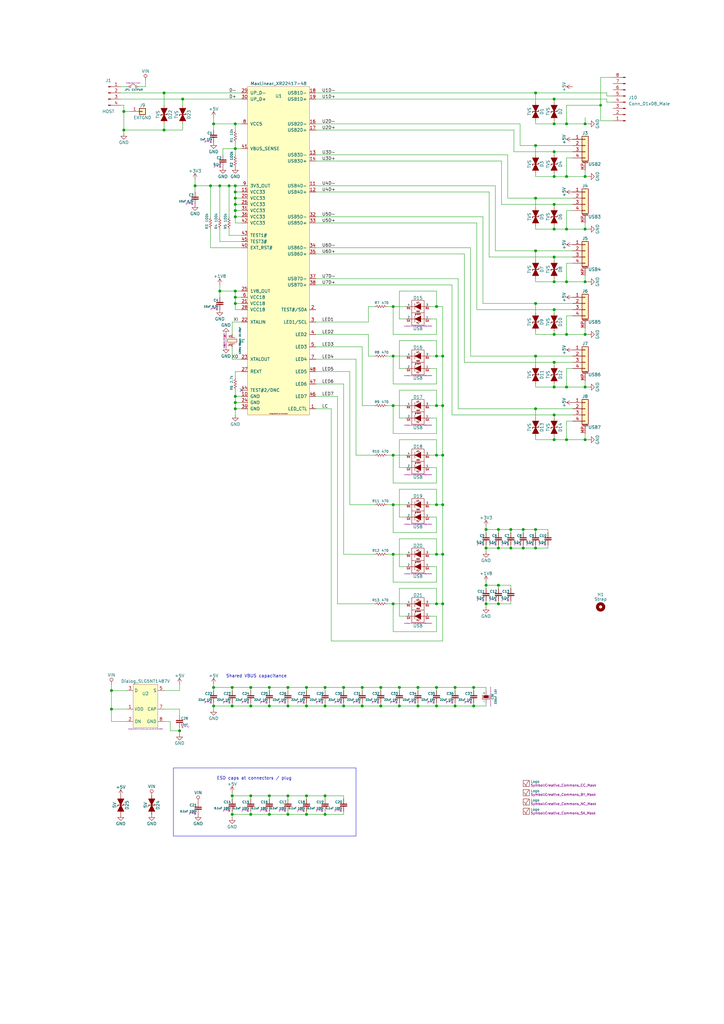
<source format=kicad_sch>
(kicad_sch (version 20230121) (generator eeschema)
  (paper "A3" portrait)
  (junction (at 133.35 289.56) (diameter 1.016))
  (junction (at 219.71 146.05) (diameter 1.016))
  (junction (at 199.39 247.65) (diameter 1.016))
  (junction (at 161.29 166.37) (diameter 1.016))
  (junction (at 194.31 289.56) (diameter 1.016))
  (junction (at 240.03 115.57) (diameter 1.016))
  (junction (at 219.71 102.87) (diameter 1.016))
  (junction (at 179.07 227.33) (diameter 1.016))
  (junction (at 161.29 186.69) (diameter 1.016))
  (junction (at 171.45 289.56) (diameter 1.016))
  (junction (at 227.33 180.34) (diameter 1.016))
  (junction (at 199.39 217.17) (diameter 1.016))
  (junction (at 227.33 93.98) (diameter 1.016))
  (junction (at 110.49 326.39) (diameter 1.016))
  (junction (at 227.33 105.41) (diameter 1.016))
  (junction (at 219.71 217.17) (diameter 1.016))
  (junction (at 96.52 50.8) (diameter 1.016))
  (junction (at 95.25 326.39) (diameter 1.016))
  (junction (at 45.72 283.21) (diameter 1.016))
  (junction (at 96.52 119.38) (diameter 1.016))
  (junction (at 186.69 289.56) (diameter 1.016))
  (junction (at 227.33 170.18) (diameter 1.016))
  (junction (at 163.83 289.56) (diameter 1.016))
  (junction (at 232.41 158.75) (diameter 1.016))
  (junction (at 93.98 76.2) (diameter 1.016))
  (junction (at 96.52 162.56) (diameter 1.016))
  (junction (at 194.31 281.94) (diameter 1.016))
  (junction (at 148.59 289.56) (diameter 1.016))
  (junction (at 219.71 81.28) (diameter 1.016))
  (junction (at 133.35 326.39) (diameter 1.016))
  (junction (at 161.29 207.01) (diameter 1.016))
  (junction (at 96.52 124.46) (diameter 1.016))
  (junction (at 163.83 281.94) (diameter 1.016))
  (junction (at 181.61 207.01) (diameter 1.016))
  (junction (at 161.29 247.65) (diameter 1.016))
  (junction (at 90.17 119.38) (diameter 1.016))
  (junction (at 148.59 281.94) (diameter 1.016))
  (junction (at 102.87 334.01) (diameter 1.016))
  (junction (at 214.63 224.79) (diameter 1.016))
  (junction (at 118.11 289.56) (diameter 1.016))
  (junction (at 125.73 281.94) (diameter 1.016))
  (junction (at 96.52 86.36) (diameter 1.016))
  (junction (at 125.73 334.01) (diameter 1.016))
  (junction (at 240.03 158.75) (diameter 1.016))
  (junction (at 232.41 72.39) (diameter 1.016))
  (junction (at 74.93 40.64) (diameter 1.016))
  (junction (at 110.49 289.56) (diameter 1.016))
  (junction (at 240.03 72.39) (diameter 1.016))
  (junction (at 67.31 53.34) (diameter 1.016))
  (junction (at 204.47 217.17) (diameter 1.016))
  (junction (at 87.63 50.8) (diameter 1.016))
  (junction (at 133.35 281.94) (diameter 1.016))
  (junction (at 96.52 60.96) (diameter 1.016))
  (junction (at 50.8 45.72) (diameter 1.016))
  (junction (at 118.11 326.39) (diameter 1.016))
  (junction (at 204.47 224.79) (diameter 1.016))
  (junction (at 118.11 281.94) (diameter 1.016))
  (junction (at 67.31 38.1) (diameter 1.016))
  (junction (at 181.61 186.69) (diameter 1.016))
  (junction (at 87.63 289.56) (diameter 1.016))
  (junction (at 227.33 115.57) (diameter 1.016))
  (junction (at 80.01 76.2) (diameter 1.016))
  (junction (at 227.33 62.23) (diameter 1.016))
  (junction (at 73.66 299.72) (diameter 1.016))
  (junction (at 227.33 127) (diameter 1.016))
  (junction (at 227.33 40.64) (diameter 1.016))
  (junction (at 125.73 326.39) (diameter 1.016))
  (junction (at 96.52 83.82) (diameter 1.016))
  (junction (at 227.33 158.75) (diameter 1.016))
  (junction (at 232.41 180.34) (diameter 1.016))
  (junction (at 179.07 247.65) (diameter 1.016))
  (junction (at 240.03 93.98) (diameter 1.016))
  (junction (at 181.61 166.37) (diameter 1.016))
  (junction (at 240.03 180.34) (diameter 1.016))
  (junction (at 219.71 224.79) (diameter 1.016))
  (junction (at 140.97 289.56) (diameter 1.016))
  (junction (at 156.21 289.56) (diameter 1.016))
  (junction (at 86.36 76.2) (diameter 1.016))
  (junction (at 232.41 137.16) (diameter 1.016))
  (junction (at 227.33 72.39) (diameter 1.016))
  (junction (at 87.63 281.94) (diameter 1.016))
  (junction (at 214.63 217.17) (diameter 1.016))
  (junction (at 246.38 43.18))
  (junction (at 181.61 247.65) (diameter 1.016))
  (junction (at 179.07 289.56) (diameter 1.016))
  (junction (at 133.35 334.01) (diameter 1.016))
  (junction (at 227.33 50.8) (diameter 1.016))
  (junction (at 102.87 289.56) (diameter 1.016))
  (junction (at 209.55 224.79) (diameter 1.016))
  (junction (at 227.33 148.59) (diameter 1.016))
  (junction (at 179.07 281.94) (diameter 1.016))
  (junction (at 209.55 217.17) (diameter 1.016))
  (junction (at 232.41 115.57) (diameter 1.016))
  (junction (at 161.29 125.73) (diameter 1.016))
  (junction (at 181.61 146.05) (diameter 1.016))
  (junction (at 102.87 326.39) (diameter 1.016))
  (junction (at 96.52 81.28) (diameter 1.016))
  (junction (at 96.52 167.64) (diameter 1.016))
  (junction (at 110.49 281.94) (diameter 1.016))
  (junction (at 156.21 281.94) (diameter 1.016))
  (junction (at 96.52 78.74) (diameter 1.016))
  (junction (at 179.07 166.37) (diameter 1.016))
  (junction (at 181.61 227.33) (diameter 1.016))
  (junction (at 219.71 59.69) (diameter 1.016))
  (junction (at 90.17 76.2) (diameter 1.016))
  (junction (at 179.07 146.05) (diameter 1.016))
  (junction (at 179.07 207.01) (diameter 1.016))
  (junction (at 179.07 186.69) (diameter 1.016))
  (junction (at 125.73 289.56) (diameter 1.016))
  (junction (at 110.49 334.01) (diameter 1.016))
  (junction (at 219.71 167.64) (diameter 1.016))
  (junction (at 227.33 137.16) (diameter 1.016))
  (junction (at 186.69 281.94) (diameter 1.016))
  (junction (at 199.39 224.79) (diameter 1.016))
  (junction (at 161.29 146.05) (diameter 1.016))
  (junction (at 232.41 93.98) (diameter 1.016))
  (junction (at 161.29 227.33) (diameter 1.016))
  (junction (at 95.25 289.56) (diameter 1.016))
  (junction (at 96.52 165.1) (diameter 1.016))
  (junction (at 232.41 50.8) (diameter 1.016))
  (junction (at 140.97 281.94) (diameter 1.016))
  (junction (at 240.03 50.8) (diameter 1.016))
  (junction (at 199.39 240.03) (diameter 1.016))
  (junction (at 171.45 281.94) (diameter 1.016))
  (junction (at 240.03 137.16) (diameter 1.016))
  (junction (at 102.87 281.94) (diameter 1.016))
  (junction (at 50.8 53.34) (diameter 1.016))
  (junction (at 219.71 124.46) (diameter 1.016))
  (junction (at 96.52 88.9) (diameter 1.016))
  (junction (at 204.47 247.65) (diameter 1.016))
  (junction (at 95.25 334.01) (diameter 1.016))
  (junction (at 96.52 121.92) (diameter 1.016))
  (junction (at 227.33 83.82) (diameter 1.016))
  (junction (at 96.52 76.2) (diameter 1.016))
  (junction (at 45.72 290.83) (diameter 1.016))
  (junction (at 118.11 334.01) (diameter 1.016))
  (junction (at 95.25 281.94) (diameter 1.016))
  (junction (at 219.71 38.1) (diameter 1.016))
  (junction (at 204.47 240.03) (diameter 1.016))
  (junction (at 179.07 125.73) (diameter 1.016))
  (no_connect (at 99.06 160.02))
  (wire (pts (xy 125.73 289.56) (xy 125.73 288.29)))
  (wire (pts (xy 146.05 147.32) (xy 146.05 186.69)))
  (wire (pts (xy 163.83 252.73) (xy 163.83 241.3)))
  (wire (pts (xy 219.71 102.87) (xy 234.95 102.87)))
  (wire (pts (xy 69.85 299.72) (xy 73.66 299.72)))
  (wire (pts (xy 227.33 50.8) (xy 232.41 50.8)))
  (wire (pts (xy 110.49 334.01) (xy 118.11 334.01)))
  (wire (pts (xy 156.21 281.94) (xy 163.83 281.94)))
  (wire (pts (xy 227.33 127) (xy 227.33 128.27)))
  (wire (pts (xy 95.25 132.08) (xy 99.06 132.08)))
  (wire (pts (xy 179.07 137.16) (xy 161.29 137.16)))
  (wire (pts (xy 171.45 281.94) (xy 171.45 283.21)))
  (wire (pts (xy 234.95 86.36) (xy 232.41 86.36)))
  (wire (pts (xy 176.53 252.73) (xy 179.07 252.73)))
  (wire (pts (xy 179.07 180.34) (xy 179.07 186.69)))
  (wire (pts (xy 156.21 281.94) (xy 156.21 283.21)))
  (wire (pts (xy 208.28 81.28) (xy 219.71 81.28)))
  (wire (pts (xy 227.33 71.12) (xy 227.33 72.39)))
  (wire (pts (xy 234.95 151.13) (xy 232.41 151.13)))
  (wire (pts (xy 163.83 281.94) (xy 171.45 281.94)))
  (wire (pts (xy 179.07 281.94) (xy 186.69 281.94)))
  (wire (pts (xy 219.71 146.05) (xy 219.71 149.86)))
  (wire (pts (xy 96.52 76.2) (xy 99.06 76.2)))
  (wire (pts (xy 125.73 332.74) (xy 125.73 334.01)))
  (wire (pts (xy 205.74 83.82) (xy 227.33 83.82)))
  (wire (pts (xy 199.39 224.79) (xy 204.47 224.79)))
  (wire (pts (xy 156.21 289.56) (xy 163.83 289.56)))
  (wire (pts (xy 179.07 151.13) (xy 179.07 157.48)))
  (wire (pts (xy 179.07 198.12) (xy 161.29 198.12)))
  (wire (pts (xy 198.12 124.46) (xy 219.71 124.46)))
  (wire (pts (xy 166.37 151.13) (xy 163.83 151.13)))
  (polyline (pts (xy 146.05 314.96) (xy 146.05 342.9)) (stroke (width 0) (type solid)))
  (wire (pts (xy 232.41 129.54) (xy 232.41 137.16)))
  (wire (pts (xy 96.52 165.1) (xy 99.06 165.1)))
  (wire (pts (xy 96.52 86.36) (xy 99.06 86.36)))
  (wire (pts (xy 49.53 43.18) (xy 50.8 43.18)))
  (wire (pts (xy 194.31 281.94) (xy 199.39 281.94)))
  (wire (pts (xy 200.66 78.74) (xy 200.66 105.41)))
  (wire (pts (xy 95.25 326.39) (xy 95.25 327.66)))
  (wire (pts (xy 52.07 295.91) (xy 45.72 295.91)))
  (wire (pts (xy 95.25 281.94) (xy 95.25 283.21)))
  (wire (pts (xy 219.71 180.34) (xy 227.33 180.34)))
  (wire (pts (xy 87.63 281.94) (xy 87.63 283.21)))
  (wire (pts (xy 129.54 114.3) (xy 187.96 114.3)))
  (wire (pts (xy 232.41 93.98) (xy 240.03 93.98)))
  (wire (pts (xy 219.71 179.07) (xy 219.71 180.34)))
  (wire (pts (xy 179.07 259.08) (xy 161.29 259.08)))
  (wire (pts (xy 248.92 40.64) (xy 248.92 41.91)))
  (wire (pts (xy 96.52 165.1) (xy 96.52 167.64)))
  (wire (pts (xy 90.17 116.84) (xy 90.17 119.38)))
  (wire (pts (xy 219.71 124.46) (xy 234.95 124.46)))
  (wire (pts (xy 49.53 40.64) (xy 74.93 40.64)))
  (wire (pts (xy 179.07 288.29) (xy 179.07 289.56)))
  (wire (pts (xy 96.52 83.82) (xy 99.06 83.82)))
  (wire (pts (xy 227.33 148.59) (xy 234.95 148.59)))
  (wire (pts (xy 161.29 157.48) (xy 161.29 146.05)))
  (wire (pts (xy 161.29 227.33) (xy 166.37 227.33)))
  (wire (pts (xy 163.83 289.56) (xy 171.45 289.56)))
  (wire (pts (xy 179.07 166.37) (xy 176.53 166.37)))
  (wire (pts (xy 163.83 160.02) (xy 179.07 160.02)))
  (wire (pts (xy 171.45 289.56) (xy 171.45 288.29)))
  (wire (pts (xy 166.37 212.09) (xy 163.83 212.09)))
  (wire (pts (xy 158.75 207.01) (xy 161.29 207.01)))
  (wire (pts (xy 129.54 162.56) (xy 138.43 162.56)))
  (wire (pts (xy 219.71 49.53) (xy 219.71 50.8)))
  (wire (pts (xy 219.71 217.17) (xy 219.71 218.44)))
  (wire (pts (xy 166.37 171.45) (xy 163.83 171.45)))
  (wire (pts (xy 185.42 170.18) (xy 227.33 170.18)))
  (wire (pts (xy 50.8 45.72) (xy 50.8 53.34)))
  (wire (pts (xy 227.33 170.18) (xy 227.33 171.45)))
  (wire (pts (xy 87.63 48.26) (xy 87.63 50.8)))
  (wire (pts (xy 102.87 326.39) (xy 110.49 326.39)))
  (wire (pts (xy 208.28 63.5) (xy 208.28 81.28)))
  (wire (pts (xy 181.61 166.37) (xy 181.61 186.69)))
  (wire (pts (xy 158.75 186.69) (xy 161.29 186.69)))
  (wire (pts (xy 248.92 41.91) (xy 251.46 41.91)))
  (wire (pts (xy 195.58 91.44) (xy 195.58 127)))
  (wire (pts (xy 138.43 247.65) (xy 153.67 247.65)))
  (wire (pts (xy 163.83 180.34) (xy 179.07 180.34)))
  (wire (pts (xy 96.52 60.96) (xy 91.44 60.96)))
  (wire (pts (xy 176.53 151.13) (xy 179.07 151.13)))
  (wire (pts (xy 166.37 252.73) (xy 163.83 252.73)))
  (wire (pts (xy 179.07 238.76) (xy 161.29 238.76)))
  (wire (pts (xy 95.25 281.94) (xy 102.87 281.94)))
  (wire (pts (xy 93.98 76.2) (xy 96.52 76.2)))
  (wire (pts (xy 214.63 223.52) (xy 214.63 224.79)))
  (wire (pts (xy 90.17 76.2) (xy 93.98 76.2)))
  (wire (pts (xy 129.54 132.08) (xy 151.13 132.08)))
  (wire (pts (xy 163.83 220.98) (xy 179.07 220.98)))
  (wire (pts (xy 232.41 115.57) (xy 240.03 115.57)))
  (wire (pts (xy 99.06 127) (xy 96.52 127)))
  (wire (pts (xy 181.61 125.73) (xy 181.61 146.05)))
  (wire (pts (xy 194.31 289.56) (xy 194.31 288.29)))
  (wire (pts (xy 129.54 63.5) (xy 208.28 63.5)))
  (wire (pts (xy 166.37 191.77) (xy 163.83 191.77)))
  (wire (pts (xy 133.35 326.39) (xy 140.97 326.39)))
  (wire (pts (xy 227.33 92.71) (xy 227.33 93.98)))
  (wire (pts (xy 110.49 288.29) (xy 110.49 289.56)))
  (wire (pts (xy 227.33 180.34) (xy 232.41 180.34)))
  (wire (pts (xy 240.03 158.75) (xy 241.3 158.75)))
  (wire (pts (xy 90.17 88.9) (xy 90.17 76.2)))
  (wire (pts (xy 219.71 81.28) (xy 219.71 85.09)))
  (wire (pts (xy 129.54 104.14) (xy 190.5 104.14)))
  (wire (pts (xy 135.89 167.64) (xy 129.54 167.64)))
  (wire (pts (xy 219.71 135.89) (xy 219.71 137.16)))
  (wire (pts (xy 151.13 146.05) (xy 153.67 146.05)))
  (wire (pts (xy 193.04 146.05) (xy 219.71 146.05)))
  (wire (pts (xy 232.41 180.34) (xy 240.03 180.34)))
  (wire (pts (xy 96.52 127) (xy 96.52 124.46)))
  (wire (pts (xy 219.71 72.39) (xy 227.33 72.39)))
  (wire (pts (xy 161.29 259.08) (xy 161.29 247.65)))
  (wire (pts (xy 227.33 115.57) (xy 232.41 115.57)))
  (wire (pts (xy 96.52 53.34) (xy 96.52 50.8)))
  (wire (pts (xy 163.83 289.56) (xy 163.83 288.29)))
  (wire (pts (xy 199.39 217.17) (xy 199.39 218.44)))
  (wire (pts (xy 86.36 76.2) (xy 90.17 76.2)))
  (wire (pts (xy 153.67 125.73) (xy 151.13 125.73)))
  (wire (pts (xy 193.04 101.6) (xy 193.04 146.05)))
  (wire (pts (xy 102.87 288.29) (xy 102.87 289.56)))
  (wire (pts (xy 102.87 289.56) (xy 110.49 289.56)))
  (wire (pts (xy 232.41 158.75) (xy 240.03 158.75)))
  (wire (pts (xy 227.33 157.48) (xy 227.33 158.75)))
  (wire (pts (xy 181.61 207.01) (xy 181.61 227.33)))
  (wire (pts (xy 129.54 40.64) (xy 227.33 40.64)))
  (wire (pts (xy 45.72 283.21) (xy 45.72 290.83)))
  (wire (pts (xy 158.75 125.73) (xy 161.29 125.73)))
  (wire (pts (xy 179.07 119.38) (xy 179.07 125.73)))
  (wire (pts (xy 224.79 217.17) (xy 219.71 217.17)))
  (wire (pts (xy 227.33 40.64) (xy 248.92 40.64)))
  (wire (pts (xy 161.29 207.01) (xy 166.37 207.01)))
  (wire (pts (xy 214.63 217.17) (xy 214.63 218.44)))
  (wire (pts (xy 246.38 49.53) (xy 251.46 49.53)))
  (wire (pts (xy 204.47 217.17) (xy 204.47 218.44)))
  (wire (pts (xy 179.07 191.77) (xy 179.07 198.12)))
  (wire (pts (xy 87.63 50.8) (xy 87.63 53.34)))
  (wire (pts (xy 129.54 147.32) (xy 146.05 147.32)))
  (wire (pts (xy 179.07 252.73) (xy 179.07 259.08)))
  (wire (pts (xy 219.71 167.64) (xy 219.71 171.45)))
  (wire (pts (xy 163.83 281.94) (xy 163.83 283.21)))
  (wire (pts (xy 110.49 281.94) (xy 118.11 281.94)))
  (wire (pts (xy 204.47 246.38) (xy 204.47 247.65)))
  (wire (pts (xy 138.43 162.56) (xy 138.43 247.65)))
  (wire (pts (xy 179.07 227.33) (xy 181.61 227.33)))
  (wire (pts (xy 219.71 50.8) (xy 227.33 50.8)))
  (wire (pts (xy 96.52 124.46) (xy 96.52 121.92)))
  (wire (pts (xy 163.83 130.81) (xy 163.83 119.38)))
  (wire (pts (xy 219.71 59.69) (xy 234.95 59.69)))
  (wire (pts (xy 45.72 283.21) (xy 52.07 283.21)))
  (wire (pts (xy 219.71 157.48) (xy 219.71 158.75)))
  (wire (pts (xy 181.61 262.89) (xy 135.89 262.89)))
  (wire (pts (xy 140.97 334.01) (xy 140.97 332.74)))
  (wire (pts (xy 199.39 281.94) (xy 199.39 283.21)))
  (wire (pts (xy 186.69 281.94) (xy 186.69 283.21)))
  (wire (pts (xy 140.97 281.94) (xy 148.59 281.94)))
  (wire (pts (xy 67.31 50.8) (xy 67.31 53.34)))
  (wire (pts (xy 251.46 31.75) (xy 246.38 31.75)))
  (wire (pts (xy 45.72 295.91) (xy 45.72 290.83)))
  (wire (pts (xy 185.42 116.84) (xy 185.42 170.18)))
  (wire (pts (xy 219.71 167.64) (xy 234.95 167.64)))
  (wire (pts (xy 234.95 129.54) (xy 232.41 129.54)))
  (wire (pts (xy 163.83 232.41) (xy 163.83 220.98)))
  (wire (pts (xy 99.06 99.06) (xy 90.17 99.06)))
  (wire (pts (xy 67.31 290.83) (xy 73.66 290.83)))
  (wire (pts (xy 161.29 198.12) (xy 161.29 186.69)))
  (wire (pts (xy 118.11 288.29) (xy 118.11 289.56)))
  (wire (pts (xy 232.41 86.36) (xy 232.41 93.98)))
  (wire (pts (xy 194.31 281.94) (xy 194.31 283.21)))
  (wire (pts (xy 219.71 115.57) (xy 227.33 115.57)))
  (wire (pts (xy 67.31 295.91) (xy 69.85 295.91)))
  (wire (pts (xy 240.03 115.57) (xy 241.3 115.57)))
  (wire (pts (xy 227.33 158.75) (xy 232.41 158.75)))
  (wire (pts (xy 181.61 146.05) (xy 181.61 166.37)))
  (wire (pts (xy 133.35 326.39) (xy 133.35 327.66)))
  (wire (pts (xy 199.39 215.9) (xy 199.39 217.17)))
  (wire (pts (xy 227.33 127) (xy 234.95 127)))
  (wire (pts (xy 133.35 288.29) (xy 133.35 289.56)))
  (wire (pts (xy 240.03 158.75) (xy 240.03 156.21)))
  (wire (pts (xy 140.97 227.33) (xy 153.67 227.33)))
  (wire (pts (xy 179.07 207.01) (xy 176.53 207.01)))
  (wire (pts (xy 110.49 326.39) (xy 118.11 326.39)))
  (wire (pts (xy 50.8 43.18) (xy 50.8 45.72)))
  (wire (pts (xy 210.82 62.23) (xy 227.33 62.23)))
  (wire (pts (xy 219.71 158.75) (xy 227.33 158.75)))
  (wire (pts (xy 187.96 114.3) (xy 187.96 167.64)))
  (wire (pts (xy 210.82 53.34) (xy 210.82 62.23)))
  (wire (pts (xy 45.72 290.83) (xy 52.07 290.83)))
  (wire (pts (xy 166.37 130.81) (xy 163.83 130.81)))
  (wire (pts (xy 232.41 107.95) (xy 232.41 115.57)))
  (wire (pts (xy 203.2 102.87) (xy 219.71 102.87)))
  (wire (pts (xy 227.33 62.23) (xy 227.33 63.5)))
  (wire (pts (xy 199.39 289.56) (xy 194.31 289.56)))
  (wire (pts (xy 179.07 146.05) (xy 181.61 146.05)))
  (wire (pts (xy 219.71 38.1) (xy 219.71 41.91)))
  (wire (pts (xy 204.47 247.65) (xy 209.55 247.65)))
  (polyline (pts (xy 146.05 342.9) (xy 71.12 342.9)) (stroke (width 0) (type solid)))
  (wire (pts (xy 96.52 162.56) (xy 99.06 162.56)))
  (wire (pts (xy 209.55 247.65) (xy 209.55 246.38)))
  (wire (pts (xy 95.25 147.32) (xy 99.06 147.32)))
  (wire (pts (xy 129.54 66.04) (xy 205.74 66.04)))
  (wire (pts (xy 73.66 298.45) (xy 73.66 299.72)))
  (wire (pts (xy 161.29 247.65) (xy 166.37 247.65)))
  (wire (pts (xy 195.58 127) (xy 227.33 127)))
  (wire (pts (xy 199.39 247.65) (xy 199.39 248.92)))
  (wire (pts (xy 45.72 280.67) (xy 45.72 283.21)))
  (wire (pts (xy 232.41 151.13) (xy 232.41 158.75)))
  (wire (pts (xy 133.35 281.94) (xy 133.35 283.21)))
  (wire (pts (xy 209.55 217.17) (xy 209.55 218.44)))
  (wire (pts (xy 227.33 148.59) (xy 227.33 149.86)))
  (wire (pts (xy 161.29 137.16) (xy 161.29 125.73)))
  (wire (pts (xy 96.52 121.92) (xy 99.06 121.92)))
  (wire (pts (xy 140.97 281.94) (xy 140.97 283.21)))
  (wire (pts (xy 246.38 31.75) (xy 246.38 43.18)))
  (wire (pts (xy 161.29 238.76) (xy 161.29 227.33)))
  (wire (pts (xy 96.52 124.46) (xy 99.06 124.46)))
  (wire (pts (xy 74.93 50.8) (xy 74.93 53.34)))
  (wire (pts (xy 129.54 38.1) (xy 219.71 38.1)))
  (wire (pts (xy 199.39 224.79) (xy 199.39 226.06)))
  (wire (pts (xy 179.07 130.81) (xy 179.07 137.16)))
  (wire (pts (xy 179.07 139.7) (xy 179.07 146.05)))
  (wire (pts (xy 96.52 78.74) (xy 96.52 76.2)))
  (wire (pts (xy 148.59 281.94) (xy 148.59 283.21)))
  (wire (pts (xy 232.41 72.39) (xy 240.03 72.39)))
  (wire (pts (xy 129.54 53.34) (xy 210.82 53.34)))
  (wire (pts (xy 204.47 223.52) (xy 204.47 224.79)))
  (wire (pts (xy 96.52 83.82) (xy 96.52 86.36)))
  (wire (pts (xy 176.53 130.81) (xy 179.07 130.81)))
  (wire (pts (xy 227.33 83.82) (xy 227.33 85.09)))
  (wire (pts (xy 158.75 146.05) (xy 161.29 146.05)))
  (wire (pts (xy 209.55 217.17) (xy 204.47 217.17)))
  (wire (pts (xy 186.69 281.94) (xy 194.31 281.94)))
  (wire (pts (xy 129.54 91.44) (xy 195.58 91.44)))
  (wire (pts (xy 143.51 207.01) (xy 153.67 207.01)))
  (wire (pts (xy 179.07 212.09) (xy 179.07 218.44)))
  (wire (pts (xy 204.47 240.03) (xy 209.55 240.03)))
  (wire (pts (xy 73.66 283.21) (xy 73.66 280.67)))
  (wire (pts (xy 133.35 334.01) (xy 140.97 334.01)))
  (wire (pts (xy 205.74 66.04) (xy 205.74 83.82)))
  (wire (pts (xy 67.31 53.34) (xy 74.93 53.34)))
  (wire (pts (xy 90.17 119.38) (xy 96.52 119.38)))
  (wire (pts (xy 133.35 332.74) (xy 133.35 334.01)))
  (wire (pts (xy 219.71 146.05) (xy 234.95 146.05)))
  (wire (pts (xy 87.63 289.56) (xy 95.25 289.56)))
  (wire (pts (xy 179.07 186.69) (xy 176.53 186.69)))
  (wire (pts (xy 133.35 289.56) (xy 140.97 289.56)))
  (wire (pts (xy 240.03 137.16) (xy 241.3 137.16)))
  (wire (pts (xy 102.87 334.01) (xy 110.49 334.01)))
  (wire (pts (xy 99.06 152.4) (xy 96.52 152.4)))
  (wire (pts (xy 199.39 238.76) (xy 199.39 240.03)))
  (wire (pts (xy 90.17 99.06) (xy 90.17 93.98)))
  (wire (pts (xy 163.83 139.7) (xy 179.07 139.7)))
  (wire (pts (xy 118.11 332.74) (xy 118.11 334.01)))
  (wire (pts (xy 179.07 218.44) (xy 161.29 218.44)))
  (wire (pts (xy 129.54 78.74) (xy 200.66 78.74)))
  (wire (pts (xy 232.41 172.72) (xy 232.41 180.34)))
  (wire (pts (xy 96.52 88.9) (xy 99.06 88.9)))
  (wire (pts (xy 99.06 60.96) (xy 96.52 60.96)))
  (wire (pts (xy 227.33 170.18) (xy 234.95 170.18)))
  (wire (pts (xy 50.8 53.34) (xy 67.31 53.34)))
  (wire (pts (xy 129.54 157.48) (xy 140.97 157.48)))
  (wire (pts (xy 102.87 281.94) (xy 102.87 283.21)))
  (wire (pts (xy 161.29 177.8) (xy 161.29 166.37)))
  (wire (pts (xy 214.63 224.79) (xy 219.71 224.79)))
  (wire (pts (xy 80.01 73.66) (xy 80.01 76.2)))
  (wire (pts (xy 227.33 135.89) (xy 227.33 137.16)))
  (wire (pts (xy 176.53 232.41) (xy 179.07 232.41)))
  (wire (pts (xy 95.25 288.29) (xy 95.25 289.56)))
  (wire (pts (xy 156.21 289.56) (xy 156.21 288.29)))
  (wire (pts (xy 181.61 227.33) (xy 181.61 247.65)))
  (wire (pts (xy 219.71 92.71) (xy 219.71 93.98)))
  (wire (pts (xy 125.73 281.94) (xy 133.35 281.94)))
  (wire (pts (xy 234.95 172.72) (xy 232.41 172.72)))
  (wire (pts (xy 240.03 93.98) (xy 241.3 93.98)))
  (wire (pts (xy 140.97 326.39) (xy 140.97 327.66)))
  (wire (pts (xy 232.41 137.16) (xy 240.03 137.16)))
  (wire (pts (xy 240.03 137.16) (xy 240.03 134.62)))
  (wire (pts (xy 163.83 212.09) (xy 163.83 200.66)))
  (wire (pts (xy 219.71 124.46) (xy 219.71 128.27)))
  (wire (pts (xy 125.73 326.39) (xy 125.73 327.66)))
  (wire (pts (xy 179.07 220.98) (xy 179.07 227.33)))
  (wire (pts (xy 227.33 83.82) (xy 234.95 83.82)))
  (wire (pts (xy 179.07 232.41) (xy 179.07 238.76)))
  (wire (pts (xy 143.51 152.4) (xy 143.51 207.01)))
  (wire (pts (xy 93.98 96.52) (xy 99.06 96.52)))
  (wire (pts (xy 179.07 200.66) (xy 179.07 207.01)))
  (wire (pts (xy 232.41 64.77) (xy 232.41 72.39)))
  (wire (pts (xy 96.52 119.38) (xy 99.06 119.38)))
  (wire (pts (xy 49.53 35.56) (xy 52.07 35.56)))
  (wire (pts (xy 209.55 240.03) (xy 209.55 241.3)))
  (wire (pts (xy 179.07 157.48) (xy 161.29 157.48)))
  (wire (pts (xy 87.63 281.94) (xy 95.25 281.94)))
  (wire (pts (xy 219.71 224.79) (xy 224.79 224.79)))
  (wire (pts (xy 186.69 289.56) (xy 186.69 288.29)))
  (wire (pts (xy 148.59 281.94) (xy 156.21 281.94)))
  (wire (pts (xy 190.5 148.59) (xy 227.33 148.59)))
  (wire (pts (xy 179.07 227.33) (xy 176.53 227.33)))
  (wire (pts (xy 232.41 50.8) (xy 240.03 50.8)))
  (polyline (pts (xy 71.12 314.96) (xy 146.05 314.96)) (stroke (width 0) (type solid)))
  (wire (pts (xy 95.25 334.01) (xy 102.87 334.01)))
  (wire (pts (xy 199.39 247.65) (xy 204.47 247.65)))
  (wire (pts (xy 240.03 180.34) (xy 241.3 180.34)))
  (wire (pts (xy 80.01 76.2) (xy 86.36 76.2)))
  (wire (pts (xy 110.49 281.94) (xy 110.49 283.21)))
  (wire (pts (xy 140.97 157.48) (xy 140.97 227.33)))
  (wire (pts (xy 148.59 289.56) (xy 156.21 289.56)))
  (wire (pts (xy 161.29 186.69) (xy 166.37 186.69)))
  (wire (pts (xy 129.54 88.9) (xy 198.12 88.9)))
  (wire (pts (xy 227.33 93.98) (xy 232.41 93.98)))
  (wire (pts (xy 118.11 281.94) (xy 125.73 281.94)))
  (wire (pts (xy 50.8 45.72) (xy 53.34 45.72)))
  (wire (pts (xy 161.29 146.05) (xy 166.37 146.05)))
  (wire (pts (xy 95.25 332.74) (xy 95.25 334.01)))
  (wire (pts (xy 246.38 43.18) (xy 246.38 49.53)))
  (wire (pts (xy 181.61 186.69) (xy 181.61 207.01)))
  (wire (pts (xy 181.61 247.65) (xy 179.07 247.65)))
  (wire (pts (xy 73.66 299.72) (xy 73.66 300.99)))
  (wire (pts (xy 96.52 121.92) (xy 96.52 119.38)))
  (wire (pts (xy 199.39 246.38) (xy 199.39 247.65)))
  (wire (pts (xy 57.15 35.56) (xy 59.69 35.56)))
  (wire (pts (xy 129.54 142.24) (xy 148.59 142.24)))
  (wire (pts (xy 87.63 289.56) (xy 87.63 290.83)))
  (wire (pts (xy 190.5 104.14) (xy 190.5 148.59)))
  (wire (pts (xy 213.36 50.8) (xy 213.36 59.69)))
  (wire (pts (xy 158.75 166.37) (xy 161.29 166.37)))
  (wire (pts (xy 248.92 38.1) (xy 248.92 39.37)))
  (wire (pts (xy 179.07 160.02) (xy 179.07 166.37)))
  (wire (pts (xy 179.07 281.94) (xy 179.07 283.21)))
  (wire (pts (xy 50.8 53.34) (xy 50.8 54.61)))
  (wire (pts (xy 240.03 50.8) (xy 240.03 48.26)))
  (wire (pts (xy 219.71 59.69) (xy 219.71 63.5)))
  (wire (pts (xy 95.25 325.12) (xy 95.25 326.39)))
  (wire (pts (xy 96.52 78.74) (xy 96.52 81.28)))
  (wire (pts (xy 95.25 334.01) (xy 95.25 335.28)))
  (wire (pts (xy 179.07 289.56) (xy 171.45 289.56)))
  (wire (pts (xy 118.11 326.39) (xy 125.73 326.39)))
  (wire (pts (xy 148.59 288.29) (xy 148.59 289.56)))
  (wire (pts (xy 213.36 59.69) (xy 219.71 59.69)))
  (wire (pts (xy 186.69 289.56) (xy 194.31 289.56)))
  (wire (pts (xy 209.55 224.79) (xy 214.63 224.79)))
  (wire (pts (xy 161.29 166.37) (xy 166.37 166.37)))
  (wire (pts (xy 118.11 289.56) (xy 125.73 289.56)))
  (wire (pts (xy 163.83 119.38) (xy 179.07 119.38)))
  (wire (pts (xy 140.97 289.56) (xy 140.97 288.29)))
  (wire (pts (xy 95.25 326.39) (xy 102.87 326.39)))
  (wire (pts (xy 219.71 223.52) (xy 219.71 224.79)))
  (wire (pts (xy 110.49 332.74) (xy 110.49 334.01)))
  (wire (pts (xy 179.07 125.73) (xy 176.53 125.73)))
  (wire (pts (xy 96.52 91.44) (xy 99.06 91.44)))
  (wire (pts (xy 232.41 43.18) (xy 232.41 50.8)))
  (wire (pts (xy 203.2 76.2) (xy 203.2 102.87)))
  (wire (pts (xy 227.33 114.3) (xy 227.33 115.57)))
  (wire (pts (xy 163.83 200.66) (xy 179.07 200.66)))
  (wire (pts (xy 93.98 93.98) (xy 93.98 96.52)))
  (wire (pts (xy 86.36 101.6) (xy 86.36 93.98)))
  (wire (pts (xy 118.11 281.94) (xy 118.11 283.21)))
  (wire (pts (xy 224.79 218.44) (xy 224.79 217.17)))
  (wire (pts (xy 129.54 76.2) (xy 203.2 76.2)))
  (wire (pts (xy 199.39 240.03) (xy 204.47 240.03)))
  (wire (pts (xy 166.37 232.41) (xy 163.83 232.41)))
  (wire (pts (xy 118.11 334.01) (xy 125.73 334.01)))
  (wire (pts (xy 118.11 326.39) (xy 118.11 327.66)))
  (wire (pts (xy 96.52 81.28) (xy 99.06 81.28)))
  (wire (pts (xy 95.25 142.24) (xy 95.25 147.32)))
  (wire (pts (xy 96.52 167.64) (xy 99.06 167.64)))
  (wire (pts (xy 146.05 186.69) (xy 153.67 186.69)))
  (wire (pts (xy 129.54 152.4) (xy 143.51 152.4)))
  (wire (pts (xy 179.07 289.56) (xy 186.69 289.56)))
  (wire (pts (xy 110.49 289.56) (xy 118.11 289.56)))
  (wire (pts (xy 179.07 177.8) (xy 161.29 177.8)))
  (wire (pts (xy 129.54 50.8) (xy 213.36 50.8)))
  (wire (pts (xy 96.52 167.64) (xy 96.52 170.18)))
  (wire (pts (xy 214.63 217.17) (xy 209.55 217.17)))
  (wire (pts (xy 163.83 171.45) (xy 163.83 160.02)))
  (wire (pts (xy 234.95 64.77) (xy 232.41 64.77)))
  (wire (pts (xy 227.33 137.16) (xy 232.41 137.16)))
  (wire (pts (xy 181.61 247.65) (xy 181.61 262.89)))
  (wire (pts (xy 227.33 105.41) (xy 227.33 106.68)))
  (wire (pts (xy 199.39 223.52) (xy 199.39 224.79)))
  (wire (pts (xy 87.63 288.29) (xy 87.63 289.56)))
  (wire (pts (xy 176.53 171.45) (xy 179.07 171.45)))
  (wire (pts (xy 179.07 207.01) (xy 181.61 207.01)))
  (wire (pts (xy 151.13 125.73) (xy 151.13 132.08)))
  (wire (pts (xy 125.73 326.39) (xy 133.35 326.39)))
  (wire (pts (xy 219.71 114.3) (xy 219.71 115.57)))
  (wire (pts (xy 227.33 72.39) (xy 232.41 72.39)))
  (wire (pts (xy 219.71 217.17) (xy 214.63 217.17)))
  (wire (pts (xy 148.59 289.56) (xy 140.97 289.56)))
  (wire (pts (xy 227.33 105.41) (xy 234.95 105.41)))
  (wire (pts (xy 240.03 115.57) (xy 240.03 113.03)))
  (wire (pts (xy 69.85 295.91) (xy 69.85 299.72)))
  (wire (pts (xy 87.63 280.67) (xy 87.63 281.94)))
  (wire (pts (xy 96.52 86.36) (xy 96.52 88.9)))
  (wire (pts (xy 219.71 71.12) (xy 219.71 72.39)))
  (wire (pts (xy 129.54 137.16) (xy 151.13 137.16)))
  (wire (pts (xy 133.35 281.94) (xy 140.97 281.94)))
  (wire (pts (xy 67.31 283.21) (xy 73.66 283.21)))
  (wire (pts (xy 135.89 262.89) (xy 135.89 167.64)))
  (wire (pts (xy 67.31 38.1) (xy 67.31 43.18)))
  (wire (pts (xy 129.54 116.84) (xy 185.42 116.84)))
  (wire (pts (xy 102.87 281.94) (xy 110.49 281.94)))
  (wire (pts (xy 234.95 107.95) (xy 232.41 107.95)))
  (wire (pts (xy 179.07 247.65) (xy 176.53 247.65)))
  (wire (pts (xy 224.79 224.79) (xy 224.79 223.52)))
  (wire (pts (xy 161.29 125.73) (xy 166.37 125.73)))
  (wire (pts (xy 96.52 50.8) (xy 99.06 50.8)))
  (wire (pts (xy 227.33 179.07) (xy 227.33 180.34)))
  (wire (pts (xy 179.07 186.69) (xy 181.61 186.69)))
  (wire (pts (xy 219.71 93.98) (xy 227.33 93.98)))
  (polyline (pts (xy 71.12 314.96) (xy 71.12 342.9)) (stroke (width 0) (type solid)))
  (wire (pts (xy 129.54 101.6) (xy 193.04 101.6)))
  (wire (pts (xy 125.73 334.01) (xy 133.35 334.01)))
  (wire (pts (xy 163.83 191.77) (xy 163.83 180.34)))
  (wire (pts (xy 179.07 125.73) (xy 181.61 125.73)))
  (wire (pts (xy 232.41 43.18) (xy 246.38 43.18)))
  (wire (pts (xy 179.07 241.3) (xy 179.07 247.65)))
  (wire (pts (xy 198.12 88.9) (xy 198.12 124.46)))
  (wire (pts (xy 96.52 81.28) (xy 96.52 83.82)))
  (wire (pts (xy 73.66 290.83) (xy 73.66 293.37)))
  (wire (pts (xy 158.75 227.33) (xy 161.29 227.33)))
  (wire (pts (xy 125.73 289.56) (xy 133.35 289.56)))
  (wire (pts (xy 95.25 289.56) (xy 102.87 289.56)))
  (wire (pts (xy 240.03 50.8) (xy 241.3 50.8)))
  (wire (pts (xy 91.44 60.96) (xy 91.44 63.5)))
  (wire (pts (xy 102.87 332.74) (xy 102.87 334.01)))
  (wire (pts (xy 219.71 102.87) (xy 219.71 106.68)))
  (wire (pts (xy 96.52 88.9) (xy 96.52 91.44)))
  (wire (pts (xy 95.25 137.16) (xy 95.25 132.08)))
  (wire (pts (xy 90.17 119.38) (xy 90.17 121.92)))
  (wire (pts (xy 102.87 326.39) (xy 102.87 327.66)))
  (wire (pts (xy 227.33 62.23) (xy 234.95 62.23)))
  (wire (pts (xy 227.33 40.64) (xy 227.33 41.91)))
  (wire (pts (xy 248.92 39.37) (xy 251.46 39.37)))
  (wire (pts (xy 179.07 166.37) (xy 181.61 166.37)))
  (wire (pts (xy 93.98 76.2) (xy 93.98 88.9)))
  (wire (pts (xy 148.59 166.37) (xy 153.67 166.37)))
  (wire (pts (xy 240.03 72.39) (xy 241.3 72.39)))
  (wire (pts (xy 179.07 171.45) (xy 179.07 177.8)))
  (wire (pts (xy 209.55 223.52) (xy 209.55 224.79)))
  (wire (pts (xy 87.63 50.8) (xy 96.52 50.8)))
  (wire (pts (xy 187.96 167.64) (xy 219.71 167.64)))
  (wire (pts (xy 219.71 137.16) (xy 227.33 137.16)))
  (wire (pts (xy 240.03 93.98) (xy 240.03 91.44)))
  (wire (pts (xy 86.36 88.9) (xy 86.36 76.2)))
  (wire (pts (xy 240.03 180.34) (xy 240.03 177.8)))
  (wire (pts (xy 199.39 240.03) (xy 199.39 241.3)))
  (wire (pts (xy 204.47 224.79) (xy 209.55 224.79)))
  (wire (pts (xy 74.93 40.64) (xy 99.06 40.64)))
  (wire (pts (xy 148.59 142.24) (xy 148.59 166.37)))
  (wire (pts (xy 96.52 152.4) (xy 96.52 154.94)))
  (wire (pts (xy 49.53 38.1) (xy 67.31 38.1)))
  (wire (pts (xy 240.03 72.39) (xy 240.03 69.85)))
  (wire (pts (xy 96.52 60.96) (xy 96.52 58.42)))
  (wire (pts (xy 80.01 76.2) (xy 80.01 78.74)))
  (wire (pts (xy 67.31 38.1) (xy 99.06 38.1)))
  (wire (pts (xy 110.49 326.39) (xy 110.49 327.66)))
  (wire (pts (xy 219.71 38.1) (xy 248.92 38.1)))
  (wire (pts (xy 199.39 288.29) (xy 199.39 289.56)))
  (wire (pts (xy 99.06 78.74) (xy 96.52 78.74)))
  (wire (pts (xy 163.83 151.13) (xy 163.83 139.7)))
  (wire (pts (xy 151.13 137.16) (xy 151.13 146.05)))
  (wire (pts (xy 171.45 281.94) (xy 179.07 281.94)))
  (wire (pts (xy 74.93 40.64) (xy 74.93 43.18)))
  (wire (pts (xy 179.07 146.05) (xy 176.53 146.05)))
  (wire (pts (xy 204.47 217.17) (xy 199.39 217.17)))
  (wire (pts (xy 204.47 240.03) (xy 204.47 241.3)))
  (wire (pts (xy 200.66 105.41) (xy 227.33 105.41)))
  (wire (pts (xy 161.29 218.44) (xy 161.29 207.01)))
  (wire (pts (xy 96.52 160.02) (xy 96.52 162.56)))
  (wire (pts (xy 96.52 60.96) (xy 96.52 63.5)))
  (wire (pts (xy 158.75 247.65) (xy 161.29 247.65)))
  (wire (pts (xy 176.53 212.09) (xy 179.07 212.09)))
  (wire (pts (xy 227.33 49.53) (xy 227.33 50.8)))
  (wire (pts (xy 86.36 101.6) (xy 99.06 101.6)))
  (wire (pts (xy 125.73 281.94) (xy 125.73 283.21)))
  (wire (pts (xy 59.69 35.56) (xy 59.69 33.02)))
  (wire (pts (xy 219.71 81.28) (xy 234.95 81.28)))
  (wire (pts (xy 163.83 241.3) (xy 179.07 241.3)))
  (wire (pts (xy 96.52 162.56) (xy 96.52 165.1)))
  (wire (pts (xy 176.53 191.77) (xy 179.07 191.77)))
  (text "ESD caps at connectors / plug" (at 88.9 320.04 0) (effects (font (size 1.27 1.27)) (justify left bottom)))
  (text "Shared VBUS capacitance" (at 92.71 278.13 0) (effects (font (size 1.27 1.27)) (justify left bottom)))
  (label "U1D-" (at 132.08 38.1 0))
  (label "XO" (at 97.79 147.32 180))
  (label "U3D+" (at 132.08 66.04 0))
  (label "U1D+" (at 132.08 40.64 0))
  (label "U2D+" (at 132.08 53.34 0))
  (label "D-" (at 93.98 38.1 0))
  (label "LED5" (at 132.08 152.4 0))
  (label "LC" (at 132.08 167.64 0))
  (label "U5D+" (at 132.08 91.44 0))
  (label "LED1" (at 132.08 132.08 0))
  (label "U3D-" (at 132.08 63.5 0))
  (label "LED7" (at 132.08 162.56 0))
  (label "U6D+" (at 132.08 104.14 0))
  (label "XI" (at 97.79 132.08 180))
  (label "U2D-" (at 132.08 50.8 0))
  (label "U7D-" (at 132.08 114.3 0))
  (label "U6D-" (at 132.08 101.6 0))
  (label "U4D-" (at 132.08 76.2 0))
  (label "LED3" (at 132.08 142.24 0))
  (label "U4D+" (at 132.08 78.74 0))
  (label "D+" (at 93.98 40.64 0))
  (label "LED6" (at 132.08 157.48 0))
  (label "LED4" (at 132.08 147.32 0))
  (label "LED2" (at 132.08 137.16 0))
  (label "U7D+" (at 132.08 116.84 0))
  (label "U5D-" (at 132.08 88.9 0))
  (symbol (lib_id "RobotProtos:RSMALL") (at 156.21 207.01 270) (unit 1)
    (property "Reference" "R11" (at 155.702 205.486 90) (effects (font (size 0.9906 0.9906)) (justify right)))
    (property "Value" "470" (at 156.464 205.486 90) (effects (font (size 0.991 0.991)) (justify left)))
    (property "Footprint" "Resistor_SMD:1005_C" (effects hide))
    (property "USD_per_1000" "0,024" (effects hide))
    (property "USD_per_1" "0,08" (effects hide))
    (property "Description" "470 1%" (effects hide))
    (property "MPN" "0402WGF4700TCE" (effects hide))
  )
  (symbol (lib_id "RobotProtos:VIN") (at 45.72 280.67 0) (unit 1)
    (property "Reference" "#PWR036" (effects hide))
    (property "Value" "VIN" (at 45.72 276.86 0))
  )
  (symbol (lib_id "RobotProtos:Logo") (at 215.9 332.74 0) (unit 1)
    (property "Reference" "LOGO4" (effects hide))
    (property "Value" "Logo" (at 217.678 331.978 0) (effects (font (size 0.9906 0.9906)) (justify left)))
    (property "Footprint" "Symbol:Creative_Commons_SA_Mask" (at 217.678 333.502 0) (effects (font (size 0.991 0.991)) (justify left)))
    (property "Description" "Not Populated" (effects hide))
  )
  (symbol (lib_id "power:GND") (at 80.01 83.82 0) (unit 1)
    (property "Reference" "#PWR013" (effects hide))
    (property "Value" "GND" (at 80.01 87.63 0))
  )
  (symbol (lib_id "power:GND") (at 241.3 72.39 90) (mirror x) (unit 1)
    (property "Reference" "#PWR010" (effects hide))
    (property "Value" "GND" (at 245.11 72.39 0))
  )
  (symbol (lib_id "Device:D_TVS_Filled") (at 219.71 175.26 270) (mirror x) (unit 1)
    (property "Reference" "D13" (at 222.25 175.26 0))
    (property "Value" "TVS" (at 217.17 175.26 0))
    (property "Footprint" "Diode_SMD:1006_C" (effects hide))
    (property "MPN" "AR0521P1" (effects hide))
    (property "Description" "0.5pF 3.3V" (effects hide))
  )
  (symbol (lib_id "power:+1V8") (at 90.17 116.84 0) (unit 1)
    (property "Reference" "#PWR017" (effects hide))
    (property "Value" "+1V8" (at 90.17 113.284 0))
  )
  (symbol (lib_id "Connector_Generic:Conn_01x01") (at 58.42 45.72 0) (unit 1)
    (property "Reference" "J9" (at 58.42 43.18 0))
    (property "Value" "EXTGND" (at 58.42 48.26 0))
    (property "Footprint" "SH_Solder_Pads:1P-1.5x1.5" (effects hide))
    (property "Description" "Not Populated" (effects hide))
  )
  (symbol (lib_id "RobotProtos:Csmall") (at 118.11 330.2 0) (mirror y) (unit 1)
    (property "Reference" "C17" (at 117.602 328.93 0) (effects (font (size 0.9906 0.9906)) (justify left)))
    (property "Value" "0.1uF 100V" (at 117.602 331.47 0) (effects (font (size 0.787 0.787)) (justify left)))
    (property "Footprint" "Capacitor_SMD:2012_C" (effects hide))
    (property "Voltage" "100V" (at 117.348 332.232 0) (effects (font (size 0.254 0.254) bold) (justify left)))
    (property "Tolerance" "10%" (at 115.824 332.232 0) (effects (font (size 0.254 0.254))))
    (property "Package" "2012" (at 117.348 332.74 0) (effects (font (size 0.2032 0.2032) bold) (justify left)))
    (property "Footprint_Density" "C" (at 114.554 332.74 0) (effects (font (size 0.254 0.254) bold)))
    (property "Dielectric" "X7R" (at 114.808 332.232 0) (effects (font (size 0.254 0.254))))
    (property "Footprint_Library" "Capacitor_SMD" (effects hide))
    (property "MPN" "NM0805B104K101CEDN" (effects hide))
    (property "Sim.Device" "SPICE" (effects hide))
    (property "Sim.Params" "type=\"C\" model=\"100n\" lib=\"\"" (effects hide))
    (property "Sim.Pins" "1=1 2=2" (effects hide))
  )
  (symbol (lib_id "Device:D_TVS_Filled") (at 219.71 132.08 270) (mirror x) (unit 1)
    (property "Reference" "D9" (at 222.25 132.08 0))
    (property "Value" "TVS" (at 217.17 132.08 0))
    (property "Footprint" "Diode_SMD:1006_C" (effects hide))
    (property "MPN" "AR0521P1" (effects hide))
    (property "Description" "0.5pF 3.3V" (effects hide))
  )
  (symbol (lib_id "RobotProtos:Csmall") (at 199.39 243.84 0) (mirror y) (unit 1)
    (property "Reference" "C11" (at 198.882 242.57 0) (effects (font (size 0.9906 0.9906)) (justify left)))
    (property "Value" "0.1uF" (at 198.882 245.11 0) (effects (font (size 0.787 0.787)) (justify left)))
    (property "Footprint" "Capacitor_SMD:1005_C" (effects hide))
    (property "Voltage" "16V" (at 198.628 245.872 0) (effects (font (size 0.254 0.254) bold) (justify left)))
    (property "Tolerance" "10%" (at 197.104 245.872 0) (effects (font (size 0.254 0.254))))
    (property "Package" "1005" (at 198.628 246.38 0) (effects (font (size 0.2032 0.2032) bold) (justify left)))
    (property "Footprint_Density" "C" (at 195.834 246.38 0) (effects (font (size 0.254 0.254) bold)))
    (property "Dielectric" "X7R" (at 196.088 245.872 0) (effects (font (size 0.254 0.254))))
    (property "Footprint_Library" "Capacitor_SMD" (effects hide))
    (property "MPN" "CC0402KRX7R7BB104" (effects hide))
    (property "Sim.Device" "SPICE" (effects hide))
    (property "Sim.Params" "type=\"C\" model=\"100n\" lib=\"\"" (effects hide))
    (property "Sim.Pins" "1=1 2=2" (effects hide))
  )
  (symbol (lib_id "power:+5V") (at 234.95 165.1 90) (mirror x) (unit 1)
    (property "Reference" "#PWR025" (effects hide))
    (property "Value" "+5V" (at 231.394 165.1 0))
  )
  (symbol (lib_id "RobotProtos:LED_DUAL_red_green") (at 171.45 128.27 0) (unit 1)
    (property "Reference" "D15" (at 171.45 122.174 0))
    (property "Value" "USB" (at 171.45 134.747 0))
    (property "Footprint" "LED_SMD:Duo_LED_1.6x0.8_Kingbright_APHB1608LZGKSURKC" (at 171.45 133.731 0) (effects (font (size 0.254 0.254))))
    (property "MPN" "APHB1608SGEC" (effects hide))
  )
  (symbol (lib_id "power:+5V") (at 49.53 326.39 0) (unit 1)
    (property "Reference" "#PWR040" (effects hide))
    (property "Value" "+5V" (at 49.53 322.834 0))
  )
  (symbol (lib_id "RobotProtos:Crystal_small_4P") (at 95.25 139.7 270) (unit 1)
    (property "Reference" "Y1" (at 99.695 139.7 0) (effects (font (size 0.9906 0.9906))))
    (property "Value" "12MHz 50ppm 16-20pF" (at 98.425 139.7 0) (effects (font (size 0.61 0.61))))
    (property "Footprint" "Crystal:Crystal_4-SMD_2.5x2mm" (at 91.948 139.7 0) (effects (font (size 0.254 0.254))))
    (property "MPN" "CM4012M00020T8188026" (effects hide))
  )
  (symbol (lib_id "power:+5V") (at 234.95 78.74 90) (mirror x) (unit 1)
    (property "Reference" "#PWR012" (effects hide))
    (property "Value" "+5V" (at 231.394 78.74 0))
  )
  (symbol (lib_id "RobotProtos:Csmall") (at 81.28 331.47 0) (mirror y) (unit 1)
    (property "Reference" "C21" (at 80.772 330.2 0) (effects (font (size 0.9906 0.9906)) (justify left)))
    (property "Value" "0.1uF 100V" (at 80.772 332.74 0) (effects (font (size 0.787 0.787)) (justify left)))
    (property "Footprint" "Capacitor_SMD:2012_C" (effects hide))
    (property "Voltage" "100V" (at 80.518 333.502 0) (effects (font (size 0.254 0.254) bold) (justify left)))
    (property "Tolerance" "10%" (at 78.994 333.502 0) (effects (font (size 0.254 0.254))))
    (property "Package" "2012" (at 80.518 334.01 0) (effects (font (size 0.2032 0.2032) bold) (justify left)))
    (property "Footprint_Density" "C" (at 77.724 334.01 0) (effects (font (size 0.254 0.254) bold)))
    (property "Dielectric" "X7R" (at 77.978 333.502 0) (effects (font (size 0.254 0.254))))
    (property "Footprint_Library" "Capacitor_SMD" (effects hide))
    (property "MPN" "NM0805B104K101CEDN" (effects hide))
    (property "Sim.Device" "SPICE" (effects hide))
    (property "Sim.Params" "type=\"C\" model=\"100n\" lib=\"\"" (effects hide))
    (property "Sim.Pins" "1=1 2=2" (effects hide))
  )
  (symbol (lib_id "power:GND") (at 199.39 226.06 0) (unit 1)
    (property "Reference" "#PWR029" (effects hide))
    (property "Value" "GND" (at 199.39 229.87 0))
  )
  (symbol (lib_id "RobotProtos:RSMALL") (at 93.98 91.44 0) (unit 1)
    (property "Reference" "R5" (at 92.456 91.948 90) (effects (font (size 0.9906 0.9906)) (justify right)))
    (property "Value" "100k" (at 92.456 91.186 90) (effects (font (size 0.991 0.991)) (justify left)))
    (property "Footprint" "Resistor_SMD:1005_C" (effects hide))
    (property "USD_per_1000" "0,024" (effects hide))
    (property "USD_per_1" "0,08" (effects hide))
    (property "Description" "100k 1%" (effects hide))
    (property "MPN" "0402WGF1003TCE" (effects hide))
  )
  (symbol (lib_id "Connector_Generic_MountingPin:Conn_01x04_MountingPin") (at 240.03 102.87 0) (unit 1)
    (property "Reference" "J5" (at 240.03 97.79 0))
    (property "Value" "USB4" (at 241.3 110.49 0) (effects (justify left)))
    (property "Footprint" "Connector_JST:JST_SH_SM04B-SRSS-TB_1x04-1MP_P1.00mm_Horizontal" (effects hide))
    (property "Description" "JST SH 4-Pin horizontal" (effects hide))
    (property "MPN" "SM04B-SRSS-TB(LF)(SN) " (effects hide))
  )
  (symbol (lib_id "RobotProtos:RSMALL") (at 86.36 91.44 0) (unit 1)
    (property "Reference" "R3" (at 84.836 91.948 90) (effects (font (size 0.9906 0.9906)) (justify right)))
    (property "Value" "100k" (at 84.836 91.186 90) (effects (font (size 0.991 0.991)) (justify left)))
    (property "Footprint" "Resistor_SMD:1005_C" (effects hide))
    (property "USD_per_1000" "0,024" (effects hide))
    (property "USD_per_1" "0,08" (effects hide))
    (property "Description" "100k 1%" (effects hide))
    (property "MPN" "0402WGF1003TCE" (effects hide))
  )
  (symbol (lib_id "RobotProtos:JUMPER") (at 54.61 35.56 0) (unit 1)
    (property "Reference" "JP1" (at 53.34 36.83 0) (effects (font (size 0.7874 0.7874)) (justify right)))
    (property "Value" "EXTPWR" (at 53.975 36.83 0) (effects (font (size 0.787 0.787)) (justify left)))
    (property "Footprint" "SH_Solder_Pads:JP-2_1.5x1.5" (at 54.61 34.036 0) (effects (font (size 0.254 0.254))))
    (property "Description" "Not Populated" (effects hide))
  )
  (symbol (lib_id "Connector_Generic_MountingPin:Conn_01x04_MountingPin") (at 240.03 167.64 0) (unit 1)
    (property "Reference" "J8" (at 240.03 162.56 0))
    (property "Value" "USB7" (at 241.3 175.26 0) (effects (justify left)))
    (property "Footprint" "Connector_JST:JST_SH_SM04B-SRSS-TB_1x04-1MP_P1.00mm_Horizontal" (effects hide))
    (property "Description" "JST SH 4-Pin horizontal" (effects hide))
    (property "MPN" "SM04B-SRSS-TB(LF)(SN) " (effects hide))
  )
  (symbol (lib_id "RobotProtos:Logo") (at 215.9 328.93 0) (unit 1)
    (property "Reference" "LOGO3" (effects hide))
    (property "Value" "Logo" (at 217.678 328.168 0) (effects (font (size 0.9906 0.9906)) (justify left)))
    (property "Footprint" "Symbol:Creative_Commons_NC_Mask" (at 217.678 329.692 0) (effects (font (size 0.991 0.991)) (justify left)))
    (property "Description" "Not Populated" (effects hide))
  )
  (symbol (lib_id "RobotProtos:Csmall") (at 133.35 330.2 0) (mirror y) (unit 1)
    (property "Reference" "C19" (at 132.842 328.93 0) (effects (font (size 0.9906 0.9906)) (justify left)))
    (property "Value" "0.1uF 100V" (at 132.842 331.47 0) (effects (font (size 0.787 0.787)) (justify left)))
    (property "Footprint" "Capacitor_SMD:2012_C" (effects hide))
    (property "Voltage" "100V" (at 132.588 332.232 0) (effects (font (size 0.254 0.254) bold) (justify left)))
    (property "Tolerance" "10%" (at 131.064 332.232 0) (effects (font (size 0.254 0.254))))
    (property "Package" "2012" (at 132.588 332.74 0) (effects (font (size 0.2032 0.2032) bold) (justify left)))
    (property "Footprint_Density" "C" (at 129.794 332.74 0) (effects (font (size 0.254 0.254) bold)))
    (property "Dielectric" "X7R" (at 130.048 332.232 0) (effects (font (size 0.254 0.254))))
    (property "Footprint_Library" "Capacitor_SMD" (effects hide))
    (property "MPN" "NM0805B104K101CEDN" (effects hide))
    (property "Sim.Device" "SPICE" (effects hide))
    (property "Sim.Params" "type=\"C\" model=\"100n\" lib=\"\"" (effects hide))
    (property "Sim.Pins" "1=1 2=2" (effects hide))
  )
  (symbol (lib_id "RobotProtos:Csmall") (at 219.71 220.98 0) (mirror y) (unit 1)
    (property "Reference" "C9" (at 219.202 219.71 0) (effects (font (size 0.9906 0.9906)) (justify left)))
    (property "Value" "0.1uF" (at 219.202 222.25 0) (effects (font (size 0.787 0.787)) (justify left)))
    (property "Footprint" "Capacitor_SMD:1005_C" (effects hide))
    (property "Voltage" "16V" (at 218.948 223.012 0) (effects (font (size 0.254 0.254) bold) (justify left)))
    (property "Tolerance" "10%" (at 217.424 223.012 0) (effects (font (size 0.254 0.254))))
    (property "Package" "1005" (at 218.948 223.52 0) (effects (font (size 0.2032 0.2032) bold) (justify left)))
    (property "Footprint_Density" "C" (at 216.154 223.52 0) (effects (font (size 0.254 0.254) bold)))
    (property "Dielectric" "X7R" (at 216.408 223.012 0) (effects (font (size 0.254 0.254))))
    (property "Footprint_Library" "Capacitor_SMD" (effects hide))
    (property "MPN" "CC0402KRX7R7BB104" (effects hide))
    (property "Sim.Device" "SPICE" (effects hide))
    (property "Sim.Params" "type=\"C\" model=\"100n\" lib=\"\"" (effects hide))
    (property "Sim.Pins" "1=1 2=2" (effects hide))
  )
  (symbol (lib_id "RobotProtos:Csmall") (at 73.66 295.91 0) (unit 1)
    (property "Reference" "C28" (at 74.168 294.64 0) (effects (font (size 0.9906 0.9906)) (justify left)))
    (property "Value" "15nF" (at 74.168 297.18 0) (effects (font (size 0.787 0.787)) (justify left)))
    (property "Footprint" "Capacitor_SMD:1005_C" (effects hide))
    (property "Voltage" "16V" (at 74.422 297.942 0) (effects (font (size 0.254 0.254) bold) (justify left)))
    (property "Tolerance" "10%" (at 75.946 297.942 0) (effects (font (size 0.254 0.254))))
    (property "Package" "1005" (at 74.422 298.45 0) (effects (font (size 0.2032 0.2032) bold) (justify left)))
    (property "Footprint_Density" "C" (at 77.216 298.45 0) (effects (font (size 0.254 0.254) bold)))
    (property "Dielectric" "X7R" (at 76.962 297.942 0) (effects (font (size 0.254 0.254))))
    (property "Footprint_Library" "Capacitor_SMD" (effects hide))
    (property "MPN" "0402B153K160CT" (effects hide))
    (property "Description" "15nF 16V X7R" (effects hide))
    (property "Sim.Device" "SPICE" (effects hide))
    (property "Sim.Params" "type=\"C\" model=\"100n\" lib=\"\"" (effects hide))
    (property "Sim.Pins" "1=1 2=2" (effects hide))
  )
  (symbol (lib_id "RobotProtos:RSMALL") (at 96.52 55.88 0) (unit 1)
    (property "Reference" "R1" (at 94.996 56.388 90) (effects (font (size 0.9906 0.9906)) (justify right)))
    (property "Value" "10k" (at 94.996 55.626 90) (effects (font (size 0.991 0.991)) (justify left)))
    (property "Footprint" "Resistor_SMD:1005_C" (effects hide))
    (property "USD_per_1000" "0,024" (effects hide))
    (property "USD_per_1" "0,08" (effects hide))
    (property "Description" "10k 1%" (effects hide))
    (property "MPN" "0402WGF1002TCE" (effects hide))
  )
  (symbol (lib_id "power:GND") (at 81.28 334.01 0) (unit 1)
    (property "Reference" "#PWR043" (effects hide))
    (property "Value" "GND" (at 81.28 337.82 0))
  )
  (symbol (lib_id "RobotProtos:LED_DUAL_red_green") (at 171.45 229.87 0) (unit 1)
    (property "Reference" "D20" (at 171.45 223.774 0))
    (property "Value" "USB" (at 171.45 236.347 0))
    (property "Footprint" "LED_SMD:Duo_LED_1.6x0.8_Kingbright_APHB1608LZGKSURKC" (at 171.45 235.331 0) (effects (font (size 0.254 0.254))))
    (property "MPN" "APHB1608SGEC" (effects hide))
  )
  (symbol (lib_id "RobotProtos:LED_DUAL_red_green") (at 171.45 250.19 0) (unit 1)
    (property "Reference" "D21" (at 171.45 244.094 0))
    (property "Value" "USB" (at 171.45 256.667 0))
    (property "Footprint" "LED_SMD:Duo_LED_1.6x0.8_Kingbright_APHB1608LZGKSURKC" (at 171.45 255.651 0) (effects (font (size 0.254 0.254))))
    (property "MPN" "APHB1608SGEC" (effects hide))
  )
  (symbol (lib_id "power:GND") (at 241.3 137.16 90) (mirror x) (unit 1)
    (property "Reference" "#PWR021" (effects hide))
    (property "Value" "GND" (at 245.11 137.16 0))
  )
  (symbol (lib_id "power:+5V") (at 73.66 280.67 0) (unit 1)
    (property "Reference" "#PWR037" (effects hide))
    (property "Value" "+5V" (at 73.66 277.114 0))
  )
  (symbol (lib_id "Device:D_TVS_Filled") (at 227.33 153.67 270) (mirror x) (unit 1)
    (property "Reference" "D12" (at 229.87 153.67 0))
    (property "Value" "TVS" (at 224.79 153.67 0))
    (property "Footprint" "Diode_SMD:1006_C" (effects hide))
    (property "MPN" "AR0521P1" (effects hide))
    (property "Description" "0.5pF 3.3V" (effects hide))
  )
  (symbol (lib_id "RobotProtos:Csmall") (at 87.63 55.88 0) (mirror y) (unit 1)
    (property "Reference" "C1" (at 87.122 54.61 0) (effects (font (size 0.9906 0.9906)) (justify left)))
    (property "Value" "1uF 10V" (at 87.122 57.15 0) (effects (font (size 0.787 0.787)) (justify left)))
    (property "Footprint" "Capacitor_SMD:1005_C" (effects hide))
    (property "Voltage" "16V" (at 86.868 57.912 0) (effects (font (size 0.254 0.254) bold) (justify left)))
    (property "Tolerance" "10%" (at 85.344 57.912 0) (effects (font (size 0.254 0.254))))
    (property "Package" "1005" (at 86.868 58.42 0) (effects (font (size 0.2032 0.2032) bold) (justify left)))
    (property "Footprint_Density" "C" (at 84.074 58.42 0) (effects (font (size 0.254 0.254) bold)))
    (property "Dielectric" "X7R" (at 84.328 57.912 0) (effects (font (size 0.254 0.254))))
    (property "Footprint_Library" "Capacitor_SMD" (effects hide))
    (property "MPN" "FS15B105K100PKG" (effects hide))
    (property "Sim.Device" "SPICE" (effects hide))
    (property "Sim.Params" "type=\"C\" model=\"100n\" lib=\"\"" (effects hide))
    (property "Sim.Pins" "1=1 2=2" (effects hide))
  )
  (symbol (lib_id "power:GND") (at 241.3 180.34 90) (mirror x) (unit 1)
    (property "Reference" "#PWR027" (effects hide))
    (property "Value" "GND" (at 245.11 180.34 0))
  )
  (symbol (lib_id "RobotProtos:Csmall") (at 214.63 220.98 0) (mirror y) (unit 1)
    (property "Reference" "C8" (at 214.122 219.71 0) (effects (font (size 0.9906 0.9906)) (justify left)))
    (property "Value" "0.1uF" (at 214.122 222.25 0) (effects (font (size 0.787 0.787)) (justify left)))
    (property "Footprint" "Capacitor_SMD:1005_C" (effects hide))
    (property "Voltage" "16V" (at 213.868 223.012 0) (effects (font (size 0.254 0.254) bold) (justify left)))
    (property "Tolerance" "10%" (at 212.344 223.012 0) (effects (font (size 0.254 0.254))))
    (property "Package" "1005" (at 213.868 223.52 0) (effects (font (size 0.2032 0.2032) bold) (justify left)))
    (property "Footprint_Density" "C" (at 211.074 223.52 0) (effects (font (size 0.254 0.254) bold)))
    (property "Dielectric" "X7R" (at 211.328 223.012 0) (effects (font (size 0.254 0.254))))
    (property "Footprint_Library" "Capacitor_SMD" (effects hide))
    (property "MPN" "CC0402KRX7R7BB104" (effects hide))
    (property "Sim.Device" "SPICE" (effects hide))
    (property "Sim.Params" "type=\"C\" model=\"100n\" lib=\"\"" (effects hide))
    (property "Sim.Pins" "1=1 2=2" (effects hide))
  )
  (symbol (lib_id "RobotProtos:Csmall") (at 80.01 81.28 0) (mirror y) (unit 1)
    (property "Reference" "C3" (at 79.502 80.01 0) (effects (font (size 0.9906 0.9906)) (justify left)))
    (property "Value" "10uF 6.3V" (at 79.502 82.55 0) (effects (font (size 0.787 0.787)) (justify left)))
    (property "Footprint" "Capacitor_SMD:1005_C" (effects hide))
    (property "Voltage" "6.3V" (at 79.248 83.312 0) (effects (font (size 0.254 0.254) bold) (justify left)))
    (property "Tolerance" "10%" (at 77.724 83.312 0) (effects (font (size 0.254 0.254))))
    (property "Package" "1005" (at 79.248 83.82 0) (effects (font (size 0.2032 0.2032) bold) (justify left)))
    (property "Footprint_Density" "C" (at 76.454 83.82 0) (effects (font (size 0.254 0.254) bold)))
    (property "Dielectric" "X7R" (at 76.708 83.312 0) (effects (font (size 0.254 0.254))))
    (property "Footprint_Library" "Capacitor_SMD" (effects hide))
    (property "MPN" "CL05A106MQ5NUNC" (effects hide))
    (property "Sim.Device" "SPICE" (effects hide))
    (property "Sim.Params" "type=\"C\" model=\"100n\" lib=\"\"" (effects hide))
    (property "Sim.Pins" "1=1 2=2" (effects hide))
  )
  (symbol (lib_id "RobotProtos:VIN") (at 62.23 326.39 0) (unit 1)
    (property "Reference" "#PWR032" (effects hide))
    (property "Value" "VIN" (at 62.23 322.58 0))
  )
  (symbol (lib_id "Connector_Generic_MountingPin:Conn_01x04_MountingPin") (at 240.03 146.05 0) (unit 1)
    (property "Reference" "J7" (at 240.03 140.97 0))
    (property "Value" "USB6" (at 241.3 153.67 0) (effects (justify left)))
    (property "Footprint" "Connector_JST:JST_SH_SM04B-SRSS-TB_1x04-1MP_P1.00mm_Horizontal" (effects hide))
    (property "Description" "JST SH 4-Pin horizontal" (effects hide))
    (property "MPN" "SM04B-SRSS-TB(LF)(SN) " (effects hide))
  )
  (symbol (lib_id "power:GND") (at 241.3 93.98 90) (mirror x) (unit 1)
    (property "Reference" "#PWR014" (effects hide))
    (property "Value" "GND" (at 245.11 93.98 0))
  )
  (symbol (lib_id "power:GND") (at 91.44 68.58 0) (unit 1)
    (property "Reference" "#PWR08" (effects hide))
    (property "Value" "GND" (at 91.44 72.39 0))
  )
  (symbol (lib_id "Device:D_TVS_Filled") (at 219.71 67.31 270) (mirror x) (unit 1)
    (property "Reference" "D3" (at 222.25 67.31 0))
    (property "Value" "TVS" (at 217.17 67.31 0))
    (property "Footprint" "Diode_SMD:1006_C" (effects hide))
    (property "MPN" "AR0521P1" (effects hide))
    (property "Description" "0.5pF 3.3V" (effects hide))
  )
  (symbol (lib_id "RobotProtos:RSMALL") (at 156.21 247.65 270) (unit 1)
    (property "Reference" "R13" (at 155.702 246.126 90) (effects (font (size 0.9906 0.9906)) (justify right)))
    (property "Value" "470" (at 156.464 246.126 90) (effects (font (size 0.991 0.991)) (justify left)))
    (property "Footprint" "Resistor_SMD:1005_C" (effects hide))
    (property "USD_per_1000" "0,024" (effects hide))
    (property "USD_per_1" "0,08" (effects hide))
    (property "Description" "470 1%" (effects hide))
    (property "MPN" "0402WGF4700TCE" (effects hide))
  )
  (symbol (lib_id "RobotProtos:Csmall") (at 179.07 285.75 0) (mirror y) (unit 1)
    (property "Reference" "C35" (at 178.562 284.48 0) (effects (font (size 0.9906 0.9906)) (justify left)))
    (property "Value" "22uF 10V" (at 178.562 287.02 0) (effects (font (size 0.787 0.787)) (justify left)))
    (property "Footprint" "Capacitor_SMD:1608_C" (effects hide))
    (property "Voltage" "10V" (at 178.308 287.782 0) (effects (font (size 0.254 0.254) bold) (justify left)))
    (property "Tolerance" "20%" (at 176.784 287.782 0) (effects (font (size 0.254 0.254))))
    (property "Package" "1608" (at 178.308 288.29 0) (effects (font (size 0.2032 0.2032) bold) (justify left)))
    (property "Footprint_Density" "C" (at 175.514 288.29 0) (effects (font (size 0.254 0.254) bold)))
    (property "Dielectric" "X5R" (at 175.768 287.782 0) (effects (font (size 0.254 0.254))))
    (property "Footprint_Library" "Capacitor_SMD" (effects hide))
    (property "MPN" "GRM188R61A226ME15D" (effects hide))
    (property "Sim.Device" "SPICE" (effects hide))
    (property "Sim.Params" "type=\"C\" model=\"100n\" lib=\"\"" (effects hide))
    (property "Sim.Pins" "1=1 2=2" (effects hide))
  )
  (symbol (lib_id "RobotProtos:Csmall") (at 156.21 285.75 0) (mirror y) (unit 1)
    (property "Reference" "C32" (at 155.702 284.48 0) (effects (font (size 0.9906 0.9906)) (justify left)))
    (property "Value" "22uF 10V" (at 155.702 287.02 0) (effects (font (size 0.787 0.787)) (justify left)))
    (property "Footprint" "Capacitor_SMD:1608_C" (effects hide))
    (property "Voltage" "10V" (at 155.448 287.782 0) (effects (font (size 0.254 0.254) bold) (justify left)))
    (property "Tolerance" "20%" (at 153.924 287.782 0) (effects (font (size 0.254 0.254))))
    (property "Package" "1608" (at 155.448 288.29 0) (effects (font (size 0.2032 0.2032) bold) (justify left)))
    (property "Footprint_Density" "C" (at 152.654 288.29 0) (effects (font (size 0.254 0.254) bold)))
    (property "Dielectric" "X5R" (at 152.908 287.782 0) (effects (font (size 0.254 0.254))))
    (property "Footprint_Library" "Capacitor_SMD" (effects hide))
    (property "MPN" "GRM188R61A226ME15D" (effects hide))
    (property "Sim.Device" "SPICE" (effects hide))
    (property "Sim.Params" "type=\"C\" model=\"100n\" lib=\"\"" (effects hide))
    (property "Sim.Pins" "1=1 2=2" (effects hide))
  )
  (symbol (lib_id "power:GND") (at 241.3 158.75 90) (mirror x) (unit 1)
    (property "Reference" "#PWR024" (effects hide))
    (property "Value" "GND" (at 245.11 158.75 0))
  )
  (symbol (lib_id "RobotProtos:Logo") (at 215.9 321.31 0) (unit 1)
    (property "Reference" "LOGO1" (effects hide))
    (property "Value" "Logo" (at 217.678 320.548 0) (effects (font (size 0.9906 0.9906)) (justify left)))
    (property "Footprint" "Symbol:Creative_Commons_CC_Mask" (at 217.678 322.072 0) (effects (font (size 0.991 0.991)) (justify left)))
    (property "Description" "Not Populated" (effects hide))
  )
  (symbol (lib_id "Device:D_TVS_Filled") (at 67.31 46.99 270) (mirror x) (unit 1)
    (property "Reference" "D22" (at 69.85 46.99 0))
    (property "Value" "TVS" (at 64.77 46.99 0))
    (property "Footprint" "Diode_SMD:1006_C" (effects hide))
    (property "MPN" "AR0521P1" (effects hide))
    (property "Description" "0.5pF 3.3V" (effects hide))
  )
  (symbol (lib_id "Device:D_TVS_Filled") (at 227.33 175.26 270) (mirror x) (unit 1)
    (property "Reference" "D14" (at 229.87 175.26 0))
    (property "Value" "TVS" (at 224.79 175.26 0))
    (property "Footprint" "Diode_SMD:1006_C" (effects hide))
    (property "MPN" "AR0521P1" (effects hide))
    (property "Description" "0.5pF 3.3V" (effects hide))
  )
  (symbol (lib_id "power:GND") (at 87.63 290.83 0) (unit 1)
    (property "Reference" "#PWR039" (effects hide))
    (property "Value" "GND" (at 87.63 294.64 0))
  )
  (symbol (lib_id "Device:D_TVS_Filled") (at 219.71 153.67 270) (mirror x) (unit 1)
    (property "Reference" "D11" (at 222.25 153.67 0))
    (property "Value" "TVS" (at 217.17 153.67 0))
    (property "Footprint" "Diode_SMD:1006_C" (effects hide))
    (property "MPN" "AR0521P1" (effects hide))
    (property "Description" "0.5pF 3.3V" (effects hide))
  )
  (symbol (lib_id "Device:D_TVS_Filled") (at 227.33 88.9 270) (mirror x) (unit 1)
    (property "Reference" "D6" (at 229.87 88.9 0))
    (property "Value" "TVS" (at 224.79 88.9 0))
    (property "Footprint" "Diode_SMD:1006_C" (effects hide))
    (property "MPN" "AR0521P1" (effects hide))
    (property "Description" "0.5pF 3.3V" (effects hide))
  )
  (symbol (lib_id "power:+5V") (at 234.95 121.92 90) (mirror x) (unit 1)
    (property "Reference" "#PWR018" (effects hide))
    (property "Value" "+5V" (at 231.394 121.92 0))
  )
  (symbol (lib_id "power:GND") (at 50.8 54.61 0) (unit 1)
    (property "Reference" "#PWR03" (effects hide))
    (property "Value" "GND" (at 50.8 58.42 0))
  )
  (symbol (lib_id "power:+3.3V") (at 80.01 73.66 0) (unit 1)
    (property "Reference" "#PWR011" (effects hide))
    (property "Value" "+3.3V" (at 80.01 70.104 0))
  )
  (symbol (lib_id "power:+5V") (at 234.95 143.51 90) (mirror x) (unit 1)
    (property "Reference" "#PWR023" (effects hide))
    (property "Value" "+5V" (at 231.394 143.51 0))
  )
  (symbol (lib_id "power:GND") (at 241.3 50.8 90) (mirror x) (unit 1)
    (property "Reference" "#PWR05" (effects hide))
    (property "Value" "GND" (at 245.11 50.8 0))
  )
  (symbol (lib_id "Device:D_TVS_Filled") (at 49.53 330.2 270) (mirror x) (unit 1)
    (property "Reference" "D25" (at 52.07 330.2 0))
    (property "Value" "5V" (at 46.99 330.2 0))
    (property "Footprint" "Diode_SMD:1006_C" (effects hide))
    (property "MPN" "D5V0H1B2LP-7B" (effects hide))
    (property "Description" "D5V0H1B2LP-7B" (effects hide))
  )
  (symbol (lib_id "RobotProtos:Csmall") (at 90.17 124.46 0) (mirror y) (unit 1)
    (property "Reference" "C4" (at 89.662 123.19 0) (effects (font (size 0.9906 0.9906)) (justify left)))
    (property "Value" "10uF 6.3V" (at 89.662 125.73 0) (effects (font (size 0.787 0.787)) (justify left)))
    (property "Footprint" "Capacitor_SMD:1005_C" (effects hide))
    (property "Voltage" "6.3V" (at 89.408 126.492 0) (effects (font (size 0.254 0.254) bold) (justify left)))
    (property "Tolerance" "10%" (at 87.884 126.492 0) (effects (font (size 0.254 0.254))))
    (property "Package" "1005" (at 89.408 127 0) (effects (font (size 0.2032 0.2032) bold) (justify left)))
    (property "Footprint_Density" "C" (at 86.614 127 0) (effects (font (size 0.254 0.254) bold)))
    (property "Dielectric" "X7R" (at 86.868 126.492 0) (effects (font (size 0.254 0.254))))
    (property "Footprint_Library" "Capacitor_SMD" (effects hide))
    (property "MPN" "CL05A106MQ5NUNC" (effects hide))
    (property "Sim.Device" "SPICE" (effects hide))
    (property "Sim.Params" "type=\"C\" model=\"100n\" lib=\"\"" (effects hide))
    (property "Sim.Pins" "1=1 2=2" (effects hide))
  )
  (symbol (lib_id "RobotProtos:RSMALL") (at 156.21 125.73 270) (unit 1)
    (property "Reference" "R7" (at 155.702 124.206 90) (effects (font (size 0.9906 0.9906)) (justify right)))
    (property "Value" "470" (at 156.464 124.206 90) (effects (font (size 0.991 0.991)) (justify left)))
    (property "Footprint" "Resistor_SMD:1005_C" (effects hide))
    (property "USD_per_1000" "0,024" (effects hide))
    (property "USD_per_1" "0,08" (effects hide))
    (property "Description" "470 1%" (effects hide))
    (property "MPN" "0402WGF4700TCE" (effects hide))
  )
  (symbol (lib_id "RobotProtos:Csmall") (at 110.49 285.75 0) (mirror y) (unit 1)
    (property "Reference" "C25" (at 109.982 284.48 0) (effects (font (size 0.9906 0.9906)) (justify left)))
    (property "Value" "22uF 10V" (at 109.982 287.02 0) (effects (font (size 0.787 0.787)) (justify left)))
    (property "Footprint" "Capacitor_SMD:1608_C" (effects hide))
    (property "Voltage" "10V" (at 109.728 287.782 0) (effects (font (size 0.254 0.254) bold) (justify left)))
    (property "Tolerance" "20%" (at 108.204 287.782 0) (effects (font (size 0.254 0.254))))
    (property "Package" "1608" (at 109.728 288.29 0) (effects (font (size 0.2032 0.2032) bold) (justify left)))
    (property "Footprint_Density" "C" (at 106.934 288.29 0) (effects (font (size 0.254 0.254) bold)))
    (property "Dielectric" "X5R" (at 107.188 287.782 0) (effects (font (size 0.254 0.254))))
    (property "Footprint_Library" "Capacitor_SMD" (effects hide))
    (property "MPN" "GRM188R61A226ME15D" (effects hide))
    (property "Sim.Device" "SPICE" (effects hide))
    (property "Sim.Params" "type=\"C\" model=\"100n\" lib=\"\"" (effects hide))
    (property "Sim.Pins" "1=1 2=2" (effects hide))
  )
  (symbol (lib_id "power:+5V") (at 87.63 48.26 0) (unit 1)
    (property "Reference" "#PWR04" (effects hide))
    (property "Value" "+5V" (at 87.63 44.704 0))
  )
  (symbol (lib_id "power:GND") (at 73.66 300.99 0) (unit 1)
    (property "Reference" "#PWR041" (effects hide))
    (property "Value" "GND" (at 73.66 304.8 0))
  )
  (symbol (lib_id "power:GND") (at 95.25 335.28 0) (unit 1)
    (property "Reference" "#PWR035" (effects hide))
    (property "Value" "GND" (at 95.25 339.09 0))
  )
  (symbol (lib_id "RobotProtos:Csmall") (at 102.87 285.75 0) (mirror y) (unit 1)
    (property "Reference" "C24" (at 102.362 284.48 0) (effects (font (size 0.9906 0.9906)) (justify left)))
    (property "Value" "22uF 10V" (at 102.362 287.02 0) (effects (font (size 0.787 0.787)) (justify left)))
    (property "Footprint" "Capacitor_SMD:1608_C" (effects hide))
    (property "Voltage" "10V" (at 102.108 287.782 0) (effects (font (size 0.254 0.254) bold) (justify left)))
    (property "Tolerance" "20%" (at 100.584 287.782 0) (effects (font (size 0.254 0.254))))
    (property "Package" "1608" (at 102.108 288.29 0) (effects (font (size 0.2032 0.2032) bold) (justify left)))
    (property "Footprint_Density" "C" (at 99.314 288.29 0) (effects (font (size 0.254 0.254) bold)))
    (property "Dielectric" "X5R" (at 99.568 287.782 0) (effects (font (size 0.254 0.254))))
    (property "Footprint_Library" "Capacitor_SMD" (effects hide))
    (property "MPN" "GRM188R61A226ME15D" (effects hide))
    (property "Sim.Device" "SPICE" (effects hide))
    (property "Sim.Params" "type=\"C\" model=\"100n\" lib=\"\"" (effects hide))
    (property "Sim.Pins" "1=1 2=2" (effects hide))
  )
  (symbol (lib_id "power:GND") (at 96.52 68.58 0) (unit 1)
    (property "Reference" "#PWR09" (effects hide))
    (property "Value" "GND" (at 96.52 72.39 0))
  )
  (symbol (lib_id "power:GND") (at 199.39 248.92 0) (unit 1)
    (property "Reference" "#PWR031" (effects hide))
    (property "Value" "GND" (at 199.39 252.73 0))
  )
  (symbol (lib_id "RobotProtos:Csmall") (at 209.55 220.98 0) (mirror y) (unit 1)
    (property "Reference" "C7" (at 209.042 219.71 0) (effects (font (size 0.9906 0.9906)) (justify left)))
    (property "Value" "0.1uF" (at 209.042 222.25 0) (effects (font (size 0.787 0.787)) (justify left)))
    (property "Footprint" "Capacitor_SMD:1005_C" (effects hide))
    (property "Voltage" "16V" (at 208.788 223.012 0) (effects (font (size 0.254 0.254) bold) (justify left)))
    (property "Tolerance" "10%" (at 207.264 223.012 0) (effects (font (size 0.254 0.254))))
    (property "Package" "1005" (at 208.788 223.52 0) (effects (font (size 0.2032 0.2032) bold) (justify left)))
    (property "Footprint_Density" "C" (at 205.994 223.52 0) (effects (font (size 0.254 0.254) bold)))
    (property "Dielectric" "X7R" (at 206.248 223.012 0) (effects (font (size 0.254 0.254))))
    (property "Footprint_Library" "Capacitor_SMD" (effects hide))
    (property "MPN" "CC0402KRX7R7BB104" (effects hide))
    (property "Sim.Device" "SPICE" (effects hide))
    (property "Sim.Params" "type=\"C\" model=\"100n\" lib=\"\"" (effects hide))
    (property "Sim.Pins" "1=1 2=2" (effects hide))
  )
  (symbol (lib_id "power:GND") (at 62.23 334.01 0) (unit 1)
    (property "Reference" "#PWR033" (effects hide))
    (property "Value" "GND" (at 62.23 337.82 0))
  )
  (symbol (lib_id "Connector:Conn_01x08_Male") (at 256.54 41.91 180) (unit 1)
    (property "Reference" "J10" (at 257.81 40.005 0) (effects (justify right)))
    (property "Value" "Conn_01x08_Male" (at 257.81 42.545 0) (effects (justify right)))
    (property "Footprint" "Connector_USB:USB_3.1_Brick_nogging_24_Male_Type-C_SMD_C399939" (effects hide))
  )
  (symbol (lib_id "RobotProtos:Csmall") (at 87.63 285.75 0) (mirror y) (unit 1)
    (property "Reference" "C22" (at 87.122 284.48 0) (effects (font (size 0.9906 0.9906)) (justify left)))
    (property "Value" "22uF 10V" (at 87.122 287.02 0) (effects (font (size 0.787 0.787)) (justify left)))
    (property "Footprint" "Capacitor_SMD:1608_C" (effects hide))
    (property "Voltage" "10V" (at 86.868 287.782 0) (effects (font (size 0.254 0.254) bold) (justify left)))
    (property "Tolerance" "20%" (at 85.344 287.782 0) (effects (font (size 0.254 0.254))))
    (property "Package" "1608" (at 86.868 288.29 0) (effects (font (size 0.2032 0.2032) bold) (justify left)))
    (property "Footprint_Density" "C" (at 84.074 288.29 0) (effects (font (size 0.254 0.254) bold)))
    (property "Dielectric" "X5R" (at 84.328 287.782 0) (effects (font (size 0.254 0.254))))
    (property "Footprint_Library" "Capacitor_SMD" (effects hide))
    (property "MPN" "GRM188R61A226ME15D" (effects hide))
    (property "Sim.Device" "SPICE" (effects hide))
    (property "Sim.Params" "type=\"C\" model=\"100n\" lib=\"\"" (effects hide))
    (property "Sim.Pins" "1=1 2=2" (effects hide))
  )
  (symbol (lib_id "Mechanical:MountingHole") (at 246.38 248.92 0) (unit 1)
    (property "Reference" "H1" (at 246.38 243.84 0))
    (property "Value" "Strap" (at 246.38 245.745 0))
    (property "Footprint" "MountingHole:Plain_Hole_3mm" (effects hide))
    (property "Description" "Not Populated" (effects hide))
  )
  (symbol (lib_id "RobotProtos:LED_DUAL_red_green") (at 171.45 189.23 0) (unit 1)
    (property "Reference" "D18" (at 171.45 183.134 0))
    (property "Value" "USB" (at 171.45 195.707 0))
    (property "Footprint" "LED_SMD:Duo_LED_1.6x0.8_Kingbright_APHB1608LZGKSURKC" (at 171.45 194.691 0) (effects (font (size 0.254 0.254))))
    (property "MPN" "APHB1608SGEC" (effects hide))
  )
  (symbol (lib_id "RobotProtos:RSMALL") (at 90.17 91.44 0) (unit 1)
    (property "Reference" "R4" (at 88.646 91.948 90) (effects (font (size 0.9906 0.9906)) (justify right)))
    (property "Value" "100k" (at 88.646 91.186 90) (effects (font (size 0.991 0.991)) (justify left)))
    (property "Footprint" "Resistor_SMD:1005_C" (effects hide))
    (property "USD_per_1000" "0,024" (effects hide))
    (property "USD_per_1" "0,08" (effects hide))
    (property "Description" "100k 1%" (effects hide))
    (property "MPN" "0402WGF1003TCE" (effects hide))
  )
  (symbol (lib_id "power:GND") (at 49.53 334.01 0) (unit 1)
    (property "Reference" "#PWR044" (effects hide))
    (property "Value" "GND" (at 49.53 337.82 0))
  )
  (symbol (lib_id "RobotProtos:Csmall") (at 148.59 285.75 0) (mirror y) (unit 1)
    (property "Reference" "C31" (at 148.082 284.48 0) (effects (font (size 0.9906 0.9906)) (justify left)))
    (property "Value" "22uF 10V" (at 148.082 287.02 0) (effects (font (size 0.787 0.787)) (justify left)))
    (property "Footprint" "Capacitor_SMD:1608_C" (effects hide))
    (property "Voltage" "10V" (at 147.828 287.782 0) (effects (font (size 0.254 0.254) bold) (justify left)))
    (property "Tolerance" "20%" (at 146.304 287.782 0) (effects (font (size 0.254 0.254))))
    (property "Package" "1608" (at 147.828 288.29 0) (effects (font (size 0.2032 0.2032) bold) (justify left)))
    (property "Footprint_Density" "C" (at 145.034 288.29 0) (effects (font (size 0.254 0.254) bold)))
    (property "Dielectric" "X5R" (at 145.288 287.782 0) (effects (font (size 0.254 0.254))))
    (property "Footprint_Library" "Capacitor_SMD" (effects hide))
    (property "MPN" "GRM188R61A226ME15D" (effects hide))
    (property "Sim.Device" "SPICE" (effects hide))
    (property "Sim.Params" "type=\"C\" model=\"100n\" lib=\"\"" (effects hide))
    (property "Sim.Pins" "1=1 2=2" (effects hide))
  )
  (symbol (lib_id "power:GND") (at 92.71 142.24 0) (unit 1)
    (property "Reference" "#PWR022" (effects hide))
    (property "Value" "GND" (at 92.71 146.05 0))
  )
  (symbol (lib_id "Device:D_TVS_Filled") (at 219.71 88.9 270) (mirror x) (unit 1)
    (property "Reference" "D5" (at 222.25 88.9 0))
    (property "Value" "TVS" (at 217.17 88.9 0))
    (property "Footprint" "Diode_SMD:1006_C" (effects hide))
    (property "MPN" "AR0521P1" (effects hide))
    (property "Description" "0.5pF 3.3V" (effects hide))
  )
  (symbol (lib_id "power:GND") (at 241.3 115.57 90) (mirror x) (unit 1)
    (property "Reference" "#PWR016" (effects hide))
    (property "Value" "GND" (at 245.11 115.57 0))
  )
  (symbol (lib_id "RobotProtos:Csmall") (at 102.87 330.2 0) (mirror y) (unit 1)
    (property "Reference" "C15" (at 102.362 328.93 0) (effects (font (size 0.9906 0.9906)) (justify left)))
    (property "Value" "0.1uF 100V" (at 102.362 331.47 0) (effects (font (size 0.787 0.787)) (justify left)))
    (property "Footprint" "Capacitor_SMD:2012_C" (effects hide))
    (property "Voltage" "100V" (at 102.108 332.232 0) (effects (font (size 0.254 0.254) bold) (justify left)))
    (property "Tolerance" "10%" (at 100.584 332.232 0) (effects (font (size 0.254 0.254))))
    (property "Package" "2012" (at 102.108 332.74 0) (effects (font (size 0.2032 0.2032) bold) (justify left)))
    (property "Footprint_Density" "C" (at 99.314 332.74 0) (effects (font (size 0.254 0.254) bold)))
    (property "Dielectric" "X7R" (at 99.568 332.232 0) (effects (font (size 0.254 0.254))))
    (property "Footprint_Library" "Capacitor_SMD" (effects hide))
    (property "MPN" "NM0805B104K101CEDN" (effects hide))
    (property "Sim.Device" "SPICE" (effects hide))
    (property "Sim.Params" "type=\"C\" model=\"100n\" lib=\"\"" (effects hide))
    (property "Sim.Pins" "1=1 2=2" (effects hide))
  )
  (symbol (lib_id "RobotProtos:Csmall") (at 140.97 285.75 0) (mirror y) (unit 1)
    (property "Reference" "C30" (at 140.462 284.48 0) (effects (font (size 0.9906 0.9906)) (justify left)))
    (property "Value" "22uF 10V" (at 140.462 287.02 0) (effects (font (size 0.787 0.787)) (justify left)))
    (property "Footprint" "Capacitor_SMD:1608_C" (effects hide))
    (property "Voltage" "10V" (at 140.208 287.782 0) (effects (font (size 0.254 0.254) bold) (justify left)))
    (property "Tolerance" "20%" (at 138.684 287.782 0) (effects (font (size 0.254 0.254))))
    (property "Package" "1608" (at 140.208 288.29 0) (effects (font (size 0.2032 0.2032) bold) (justify left)))
    (property "Footprint_Density" "C" (at 137.414 288.29 0) (effects (font (size 0.254 0.254) bold)))
    (property "Dielectric" "X5R" (at 137.668 287.782 0) (effects (font (size 0.254 0.254))))
    (property "Footprint_Library" "Capacitor_SMD" (effects hide))
    (property "MPN" "GRM188R61A226ME15D" (effects hide))
    (property "Sim.Device" "SPICE" (effects hide))
    (property "Sim.Params" "type=\"C\" model=\"100n\" lib=\"\"" (effects hide))
    (property "Sim.Pins" "1=1 2=2" (effects hide))
  )
  (symbol (lib_id "RobotProtos:LED_DUAL_red_green") (at 171.45 148.59 0) (unit 1)
    (property "Reference" "D16" (at 171.45 142.494 0))
    (property "Value" "USB" (at 171.45 155.067 0))
    (property "Footprint" "LED_SMD:Duo_LED_1.6x0.8_Kingbright_APHB1608LZGKSURKC" (at 171.45 154.051 0) (effects (font (size 0.254 0.254))))
    (property "MPN" "APHB1608SGEC" (effects hide))
  )
  (symbol (lib_id "RobotProtos:Csmall") (at 224.79 220.98 0) (mirror y) (unit 1)
    (property "Reference" "C10" (at 224.282 219.71 0) (effects (font (size 0.9906 0.9906)) (justify left)))
    (property "Value" "0.1uF" (at 224.282 222.25 0) (effects (font (size 0.787 0.787)) (justify left)))
    (property "Footprint" "Capacitor_SMD:1005_C" (effects hide))
    (property "Voltage" "16V" (at 224.028 223.012 0) (effects (font (size 0.254 0.254) bold) (justify left)))
    (property "Tolerance" "10%" (at 222.504 223.012 0) (effects (font (size 0.254 0.254))))
    (property "Package" "1005" (at 224.028 223.52 0) (effects (font (size 0.2032 0.2032) bold) (justify left)))
    (property "Footprint_Density" "C" (at 221.234 223.52 0) (effects (font (size 0.254 0.254) bold)))
    (property "Dielectric" "X7R" (at 221.488 223.012 0) (effects (font (size 0.254 0.254))))
    (property "Footprint_Library" "Capacitor_SMD" (effects hide))
    (property "MPN" "CC0402KRX7R7BB104" (effects hide))
    (property "Sim.Device" "SPICE" (effects hide))
    (property "Sim.Params" "type=\"C\" model=\"100n\" lib=\"\"" (effects hide))
    (property "Sim.Pins" "1=1 2=2" (effects hide))
  )
  (symbol (lib_id "RobotProtos:Csmall") (at 95.25 285.75 0) (mirror y) (unit 1)
    (property "Reference" "C23" (at 94.742 284.48 0) (effects (font (size 0.9906 0.9906)) (justify left)))
    (property "Value" "22uF 10V" (at 94.742 287.02 0) (effects (font (size 0.787 0.787)) (justify left)))
    (property "Footprint" "Capacitor_SMD:1608_C" (effects hide))
    (property "Voltage" "10V" (at 94.488 287.782 0) (effects (font (size 0.254 0.254) bold) (justify left)))
    (property "Tolerance" "20%" (at 92.964 287.782 0) (effects (font (size 0.254 0.254))))
    (property "Package" "1608" (at 94.488 288.29 0) (effects (font (size 0.2032 0.2032) bold) (justify left)))
    (property "Footprint_Density" "C" (at 91.694 288.29 0) (effects (font (size 0.254 0.254) bold)))
    (property "Dielectric" "X5R" (at 91.948 287.782 0) (effects (font (size 0.254 0.254))))
    (property "Footprint_Library" "Capacitor_SMD" (effects hide))
    (property "MPN" "GRM188R61A226ME15D" (effects hide))
    (property "Sim.Device" "SPICE" (effects hide))
    (property "Sim.Params" "type=\"C\" model=\"100n\" lib=\"\"" (effects hide))
    (property "Sim.Pins" "1=1 2=2" (effects hide))
  )
  (symbol (lib_id "RobotProtos:RSMALL") (at 156.21 227.33 270) (unit 1)
    (property "Reference" "R12" (at 155.702 225.806 90) (effects (font (size 0.9906 0.9906)) (justify right)))
    (property "Value" "470" (at 156.464 225.806 90) (effects (font (size 0.991 0.991)) (justify left)))
    (property "Footprint" "Resistor_SMD:1005_C" (effects hide))
    (property "USD_per_1000" "0,024" (effects hide))
    (property "USD_per_1" "0,08" (effects hide))
    (property "Description" "470 1%" (effects hide))
    (property "MPN" "0402WGF4700TCE" (effects hide))
  )
  (symbol (lib_id "RobotProtos:Csmall") (at 204.47 220.98 0) (mirror y) (unit 1)
    (property "Reference" "C6" (at 203.962 219.71 0) (effects (font (size 0.9906 0.9906)) (justify left)))
    (property "Value" "0.1uF" (at 203.962 222.25 0) (effects (font (size 0.787 0.787)) (justify left)))
    (property "Footprint" "Capacitor_SMD:1005_C" (effects hide))
    (property "Voltage" "16V" (at 203.708 223.012 0) (effects (font (size 0.254 0.254) bold) (justify left)))
    (property "Tolerance" "10%" (at 202.184 223.012 0) (effects (font (size 0.254 0.254))))
    (property "Package" "1005" (at 203.708 223.52 0) (effects (font (size 0.2032 0.2032) bold) (justify left)))
    (property "Footprint_Density" "C" (at 200.914 223.52 0) (effects (font (size 0.254 0.254) bold)))
    (property "Dielectric" "X7R" (at 201.168 223.012 0) (effects (font (size 0.254 0.254))))
    (property "Footprint_Library" "Capacitor_SMD" (effects hide))
    (property "MPN" "CC0402KRX7R7BB104" (effects hide))
    (property "Sim.Device" "SPICE" (effects hide))
    (property "Sim.Params" "type=\"C\" model=\"100n\" lib=\"\"" (effects hide))
    (property "Sim.Pins" "1=1 2=2" (effects hide))
  )
  (symbol (lib_id "Device:D_TVS_Filled") (at 227.33 45.72 270) (mirror x) (unit 1)
    (property "Reference" "D2" (at 229.87 45.72 0))
    (property "Value" "TVS" (at 224.79 45.72 0))
    (property "Footprint" "Diode_SMD:1006_C" (effects hide))
    (property "MPN" "AR0521P1" (effects hide))
    (property "Description" "0.5pF 3.3V" (effects hide))
  )
  (symbol (lib_id "Device:D_TVS_Filled") (at 227.33 132.08 270) (mirror x) (unit 1)
    (property "Reference" "D10" (at 229.87 132.08 0))
    (property "Value" "TVS" (at 224.79 132.08 0))
    (property "Footprint" "Diode_SMD:1006_C" (effects hide))
    (property "MPN" "AR0521P1" (effects hide))
    (property "Description" "0.5pF 3.3V" (effects hide))
  )
  (symbol (lib_id "RobotProtos:RSMALL") (at 156.21 186.69 270) (unit 1)
    (property "Reference" "R10" (at 155.702 185.166 90) (effects (font (size 0.9906 0.9906)) (justify right)))
    (property "Value" "470" (at 156.464 185.166 90) (effects (font (size 0.991 0.991)) (justify left)))
    (property "Footprint" "Resistor_SMD:1005_C" (effects hide))
    (property "USD_per_1000" "0,024" (effects hide))
    (property "USD_per_1" "0,08" (effects hide))
    (property "Description" "470 1%" (effects hide))
    (property "MPN" "0402WGF4700TCE" (effects hide))
  )
  (symbol (lib_id "RobotProtos:VIN") (at 81.28 328.93 0) (unit 1)
    (property "Reference" "#PWR042" (effects hide))
    (property "Value" "VIN" (at 81.28 325.12 0))
  )
  (symbol (lib_id "power:GND") (at 92.71 137.16 180) (unit 1)
    (property "Reference" "#PWR020" (effects hide))
    (property "Value" "GND" (at 92.71 133.35 0))
  )
  (symbol (lib_id "RobotProtos:LED_DUAL_red_green") (at 171.45 168.91 0) (unit 1)
    (property "Reference" "D17" (at 171.45 162.814 0))
    (property "Value" "USB" (at 171.45 175.387 0))
    (property "Footprint" "LED_SMD:Duo_LED_1.6x0.8_Kingbright_APHB1608LZGKSURKC" (at 171.45 174.371 0) (effects (font (size 0.254 0.254))))
    (property "MPN" "APHB1608SGEC" (effects hide))
  )
  (symbol (lib_id "RobotProtos:MaxLinear_XR22417-48") (at 114.3 99.06 0) (unit 1)
    (property "Reference" "U1" (at 114.3 39.37 0))
    (property "Value" "MaxLinear_XR22417-48" (at 114.3 34.29 0))
    (property "Footprint" "Package_QFP:LQFP-48_7x7mm_P0.5mm" (at 114.3 169.672 0) (effects (font (size 0.25 0.25))))
    (property "MPN" "XR22417CV48TR-F" (effects hide))
  )
  (symbol (lib_id "RobotProtos:Csmall") (at 163.83 285.75 0) (mirror y) (unit 1)
    (property "Reference" "C33" (at 163.322 284.48 0) (effects (font (size 0.9906 0.9906)) (justify left)))
    (property "Value" "22uF 10V" (at 163.322 287.02 0) (effects (font (size 0.787 0.787)) (justify left)))
    (property "Footprint" "Capacitor_SMD:1608_C" (effects hide))
    (property "Voltage" "10V" (at 163.068 287.782 0) (effects (font (size 0.254 0.254) bold) (justify left)))
    (property "Tolerance" "20%" (at 161.544 287.782 0) (effects (font (size 0.254 0.254))))
    (property "Package" "1608" (at 163.068 288.29 0) (effects (font (size 0.2032 0.2032) bold) (justify left)))
    (property "Footprint_Density" "C" (at 160.274 288.29 0) (effects (font (size 0.254 0.254) bold)))
    (property "Dielectric" "X5R" (at 160.528 287.782 0) (effects (font (size 0.254 0.254))))
    (property "Footprint_Library" "Capacitor_SMD" (effects hide))
    (property "MPN" "GRM188R61A226ME15D" (effects hide))
    (property "Sim.Device" "SPICE" (effects hide))
    (property "Sim.Params" "type=\"C\" model=\"100n\" lib=\"\"" (effects hide))
    (property "Sim.Pins" "1=1 2=2" (effects hide))
  )
  (symbol (lib_id "RobotProtos:Csmall") (at 91.44 66.04 0) (mirror y) (unit 1)
    (property "Reference" "C2" (at 90.932 64.77 0) (effects (font (size 0.9906 0.9906)) (justify left)))
    (property "Value" "0.1uF" (at 90.932 67.31 0) (effects (font (size 0.787 0.787)) (justify left)))
    (property "Footprint" "Capacitor_SMD:1005_C" (effects hide))
    (property "Voltage" "16V" (at 90.678 68.072 0) (effects (font (size 0.254 0.254) bold) (justify left)))
    (property "Tolerance" "10%" (at 89.154 68.072 0) (effects (font (size 0.254 0.254))))
    (property "Package" "1005" (at 90.678 68.58 0) (effects (font (size 0.2032 0.2032) bold) (justify left)))
    (property "Footprint_Density" "C" (at 87.884 68.58 0) (effects (font (size 0.254 0.254) bold)))
    (property "Dielectric" "X7R" (at 88.138 68.072 0) (effects (font (size 0.254 0.254))))
    (property "Footprint_Library" "Capacitor_SMD" (effects hide))
    (property "MPN" "CC0402KRX7R7BB104" (effects hide))
    (property "Sim.Device" "SPICE" (effects hide))
    (property "Sim.Params" "type=\"C\" model=\"100n\" lib=\"\"" (effects hide))
    (property "Sim.Pins" "1=1 2=2" (effects hide))
  )
  (symbol (lib_id "Device:D_TVS_Filled") (at 219.71 45.72 270) (mirror x) (unit 1)
    (property "Reference" "D1" (at 222.25 45.72 0))
    (property "Value" "TVS" (at 217.17 45.72 0))
    (property "Footprint" "Diode_SMD:1006_C" (effects hide))
    (property "MPN" "AR0521P1" (effects hide))
    (property "Description" "0.5pF 3.3V" (effects hide))
  )
  (symbol (lib_id "Connector:Conn_01x04_Male") (at 44.45 38.1 0) (unit 1)
    (property "Reference" "J1" (at 44.45 33.02 0))
    (property "Value" "HOST" (at 44.45 45.72 0))
    (property "Footprint" "Connector_USB:USB_A_PCB_traces_small" (effects hide))
    (property "Description" "Not Populated" (effects hide))
  )
  (symbol (lib_id "RobotProtos:Csmall") (at 133.35 285.75 0) (mirror y) (unit 1)
    (property "Reference" "C29" (at 132.842 284.48 0) (effects (font (size 0.9906 0.9906)) (justify left)))
    (property "Value" "22uF 10V" (at 132.842 287.02 0) (effects (font (size 0.787 0.787)) (justify left)))
    (property "Footprint" "Capacitor_SMD:1608_C" (effects hide))
    (property "Voltage" "10V" (at 132.588 287.782 0) (effects (font (size 0.254 0.254) bold) (justify left)))
    (property "Tolerance" "20%" (at 131.064 287.782 0) (effects (font (size 0.254 0.254))))
    (property "Package" "1608" (at 132.588 288.29 0) (effects (font (size 0.2032 0.2032) bold) (justify left)))
    (property "Footprint_Density" "C" (at 129.794 288.29 0) (effects (font (size 0.254 0.254) bold)))
    (property "Dielectric" "X5R" (at 130.048 287.782 0) (effects (font (size 0.254 0.254))))
    (property "Footprint_Library" "Capacitor_SMD" (effects hide))
    (property "MPN" "GRM188R61A226ME15D" (effects hide))
    (property "Sim.Device" "SPICE" (effects hide))
    (property "Sim.Params" "type=\"C\" model=\"100n\" lib=\"\"" (effects hide))
    (property "Sim.Pins" "1=1 2=2" (effects hide))
  )
  (symbol (lib_id "power:+5V") (at 95.25 325.12 0) (mirror y) (unit 1)
    (property "Reference" "#PWR034" (effects hide))
    (property "Value" "+5V" (at 95.25 321.564 0))
  )
  (symbol (lib_id "RobotProtos:RSMALL") (at 156.21 166.37 270) (unit 1)
    (property "Reference" "R9" (at 155.702 164.846 90) (effects (font (size 0.9906 0.9906)) (justify right)))
    (property "Value" "470" (at 156.464 164.846 90) (effects (font (size 0.991 0.991)) (justify left)))
    (property "Footprint" "Resistor_SMD:1005_C" (effects hide))
    (property "USD_per_1000" "0,024" (effects hide))
    (property "USD_per_1" "0,08" (effects hide))
    (property "Description" "470 1%" (effects hide))
    (property "MPN" "0402WGF4700TCE" (effects hide))
  )
  (symbol (lib_id "power:GND") (at 90.17 127 0) (unit 1)
    (property "Reference" "#PWR019" (effects hide))
    (property "Value" "GND" (at 90.17 130.81 0))
  )
  (symbol (lib_id "RobotProtos:Csmall") (at 125.73 285.75 0) (mirror y) (unit 1)
    (property "Reference" "C27" (at 125.222 284.48 0) (effects (font (size 0.9906 0.9906)) (justify left)))
    (property "Value" "22uF 10V" (at 125.222 287.02 0) (effects (font (size 0.787 0.787)) (justify left)))
    (property "Footprint" "Capacitor_SMD:1608_C" (effects hide))
    (property "Voltage" "10V" (at 124.968 287.782 0) (effects (font (size 0.254 0.254) bold) (justify left)))
    (property "Tolerance" "20%" (at 123.444 287.782 0) (effects (font (size 0.254 0.254))))
    (property "Package" "1608" (at 124.968 288.29 0) (effects (font (size 0.2032 0.2032) bold) (justify left)))
    (property "Footprint_Density" "C" (at 122.174 288.29 0) (effects (font (size 0.254 0.254) bold)))
    (property "Dielectric" "X5R" (at 122.428 287.782 0) (effects (font (size 0.254 0.254))))
    (property "Footprint_Library" "Capacitor_SMD" (effects hide))
    (property "MPN" "GRM188R61A226ME15D" (effects hide))
    (property "Sim.Device" "SPICE" (effects hide))
    (property "Sim.Params" "type=\"C\" model=\"100n\" lib=\"\"" (effects hide))
    (property "Sim.Pins" "1=1 2=2" (effects hide))
  )
  (symbol (lib_id "RobotProtos:CPsmall") (at 199.39 285.75 0) (unit 1)
    (property "Reference" "C38" (at 202.057 285.75 90) (effects (font (size 0.762 0.762))))
    (property "Value" "330uF 10V" (at 203.327 285.75 90) (effects (font (size 0.762 0.762))))
    (property "Footprint" "Capacitor_SMD:CP_Elec_6.3x11_Board_Edge_Mirrored" (at 201.295 285.75 90) (effects (font (size 0.203 0.203))))
    (property "Description" "Not Populated" (effects hide))
  )
  (symbol (lib_id "power:+5V") (at 87.63 280.67 0) (unit 1)
    (property "Reference" "#PWR038" (effects hide))
    (property "Value" "+5V" (at 87.63 277.114 0))
  )
  (symbol (lib_id "RobotProtos:Logo") (at 215.9 325.12 0) (unit 1)
    (property "Reference" "LOGO2" (effects hide))
    (property "Value" "Logo" (at 217.678 324.358 0) (effects (font (size 0.9906 0.9906)) (justify left)))
    (property "Footprint" "Symbol:Creative_Commons_BY_Mask" (at 217.678 325.882 0) (effects (font (size 0.991 0.991)) (justify left)))
    (property "Description" "Not Populated" (effects hide))
  )
  (symbol (lib_id "RobotProtos:Csmall") (at 194.31 285.75 0) (mirror y) (unit 1)
    (property "Reference" "C37" (at 193.802 284.48 0) (effects (font (size 0.9906 0.9906)) (justify left)))
    (property "Value" "22uF 10V" (at 193.802 287.02 0) (effects (font (size 0.787 0.787)) (justify left)))
    (property "Footprint" "Capacitor_SMD:1608_C" (effects hide))
    (property "Voltage" "10V" (at 193.548 287.782 0) (effects (font (size 0.254 0.254) bold) (justify left)))
    (property "Tolerance" "20%" (at 192.024 287.782 0) (effects (font (size 0.254 0.254))))
    (property "Package" "1608" (at 193.548 288.29 0) (effects (font (size 0.2032 0.2032) bold) (justify left)))
    (property "Footprint_Density" "C" (at 190.754 288.29 0) (effects (font (size 0.254 0.254) bold)))
    (property "Dielectric" "X5R" (at 191.008 287.782 0) (effects (font (size 0.254 0.254))))
    (property "Footprint_Library" "Capacitor_SMD" (effects hide))
    (property "MPN" "GRM188R61A226ME15D" (effects hide))
    (property "Sim.Device" "SPICE" (effects hide))
    (property "Sim.Params" "type=\"C\" model=\"100n\" lib=\"\"" (effects hide))
    (property "Sim.Pins" "1=1 2=2" (effects hide))
  )
  (symbol (lib_id "RobotProtos:Csmall") (at 118.11 285.75 0) (mirror y) (unit 1)
    (property "Reference" "C26" (at 117.602 284.48 0) (effects (font (size 0.9906 0.9906)) (justify left)))
    (property "Value" "22uF 10V" (at 117.602 287.02 0) (effects (font (size 0.787 0.787)) (justify left)))
    (property "Footprint" "Capacitor_SMD:1608_C" (effects hide))
    (property "Voltage" "10V" (at 117.348 287.782 0) (effects (font (size 0.254 0.254) bold) (justify left)))
    (property "Tolerance" "20%" (at 115.824 287.782 0) (effects (font (size 0.254 0.254))))
    (property "Package" "1608" (at 117.348 288.29 0) (effects (font (size 0.2032 0.2032) bold) (justify left)))
    (property "Footprint_Density" "C" (at 114.554 288.29 0) (effects (font (size 0.254 0.254) bold)))
    (property "Dielectric" "X5R" (at 114.808 287.782 0) (effects (font (size 0.254 0.254))))
    (property "Footprint_Library" "Capacitor_SMD" (effects hide))
    (property "MPN" "GRM188R61A226ME15D" (effects hide))
    (property "Sim.Device" "SPICE" (effects hide))
    (property "Sim.Params" "type=\"C\" model=\"100n\" lib=\"\"" (effects hide))
    (property "Sim.Pins" "1=1 2=2" (effects hide))
  )
  (symbol (lib_id "Connector_Generic_MountingPin:Conn_01x04_MountingPin") (at 240.03 59.69 0) (unit 1)
    (property "Reference" "J3" (at 240.03 54.61 0))
    (property "Value" "USB2" (at 241.3 67.31 0) (effects (justify left)))
    (property "Footprint" "Connector_JST:JST_SH_SM04B-SRSS-TB_1x04-1MP_P1.00mm_Horizontal" (effects hide))
    (property "Description" "JST SH 4-Pin horizontal" (effects hide))
    (property "MPN" "SM04B-SRSS-TB(LF)(SN) " (effects hide))
  )
  (symbol (lib_id "RobotProtos:Csmall") (at 95.25 330.2 0) (mirror y) (unit 1)
    (property "Reference" "C14" (at 94.742 328.93 0) (effects (font (size 0.9906 0.9906)) (justify left)))
    (property "Value" "0.1uF 100V" (at 94.742 331.47 0) (effects (font (size 0.787 0.787)) (justify left)))
    (property "Footprint" "Capacitor_SMD:2012_C" (effects hide))
    (property "Voltage" "100V" (at 94.488 332.232 0) (effects (font (size 0.254 0.254) bold) (justify left)))
    (property "Tolerance" "10%" (at 92.964 332.232 0) (effects (font (size 0.254 0.254))))
    (property "Package" "2012" (at 94.488 332.74 0) (effects (font (size 0.2032 0.2032) bold) (justify left)))
    (property "Footprint_Density" "C" (at 91.694 332.74 0) (effects (font (size 0.254 0.254) bold)))
    (property "Dielectric" "X7R" (at 91.948 332.232 0) (effects (font (size 0.254 0.254))))
    (property "Footprint_Library" "Capacitor_SMD" (effects hide))
    (property "MPN" "NM0805B104K101CEDN" (effects hide))
    (property "Sim.Device" "SPICE" (effects hide))
    (property "Sim.Params" "type=\"C\" model=\"100n\" lib=\"\"" (effects hide))
    (property "Sim.Pins" "1=1 2=2" (effects hide))
  )
  (symbol (lib_id "RobotProtos:Csmall") (at 140.97 330.2 0) (mirror y) (unit 1)
    (property "Reference" "C20" (at 140.462 328.93 0) (effects (font (size 0.9906 0.9906)) (justify left)))
    (property "Value" "0.1uF 100V" (at 140.462 331.47 0) (effects (font (size 0.787 0.787)) (justify left)))
    (property "Footprint" "Capacitor_SMD:2012_C" (effects hide))
    (property "Voltage" "100V" (at 140.208 332.232 0) (effects (font (size 0.254 0.254) bold) (justify left)))
    (property "Tolerance" "10%" (at 138.684 332.232 0) (effects (font (size 0.254 0.254))))
    (property "Package" "2012" (at 140.208 332.74 0) (effects (font (size 0.2032 0.2032) bold) (justify left)))
    (property "Footprint_Density" "C" (at 137.414 332.74 0) (effects (font (size 0.254 0.254) bold)))
    (property "Dielectric" "X7R" (at 137.668 332.232 0) (effects (font (size 0.254 0.254))))
    (property "Footprint_Library" "Capacitor_SMD" (effects hide))
    (property "MPN" "NM0805B104K101CEDN" (effects hide))
    (property "Sim.Device" "SPICE" (effects hide))
    (property "Sim.Params" "type=\"C\" model=\"100n\" lib=\"\"" (effects hide))
    (property "Sim.Pins" "1=1 2=2" (effects hide))
  )
  (symbol (lib_id "RobotProtos:RSMALL") (at 96.52 157.48 0) (unit 1)
    (property "Reference" "R6" (at 94.996 157.988 90) (effects (font (size 0.9906 0.9906)) (justify right)))
    (property "Value" "2.7k" (at 94.996 157.226 90) (effects (font (size 0.991 0.991)) (justify left)))
    (property "Footprint" "Resistor_SMD:1005_C" (effects hide))
    (property "USD_per_1000" "0,024" (effects hide))
    (property "USD_per_1" "0,08" (effects hide))
    (property "Description" "2.7k 1%" (effects hide))
    (property "MPN" "0402WGF2701TCE" (effects hide))
  )
  (symbol (lib_id "RobotProtos:Csmall") (at 209.55 243.84 0) (mirror y) (unit 1)
    (property "Reference" "C13" (at 209.042 242.57 0) (effects (font (size 0.9906 0.9906)) (justify left)))
    (property "Value" "0.1uF" (at 209.042 245.11 0) (effects (font (size 0.787 0.787)) (justify left)))
    (property "Footprint" "Capacitor_SMD:1005_C" (effects hide))
    (property "Voltage" "16V" (at 208.788 245.872 0) (effects (font (size 0.254 0.254) bold) (justify left)))
    (property "Tolerance" "10%" (at 207.264 245.872 0) (effects (font (size 0.254 0.254))))
    (property "Package" "1005" (at 208.788 246.38 0) (effects (font (size 0.2032 0.2032) bold) (justify left)))
    (property "Footprint_Density" "C" (at 205.994 246.38 0) (effects (font (size 0.254 0.254) bold)))
    (property "Dielectric" "X7R" (at 206.248 245.872 0) (effects (font (size 0.254 0.254))))
    (property "Footprint_Library" "Capacitor_SMD" (effects hide))
    (property "MPN" "CC0402KRX7R7BB104" (effects hide))
    (property "Sim.Device" "SPICE" (effects hide))
    (property "Sim.Params" "type=\"C\" model=\"100n\" lib=\"\"" (effects hide))
    (property "Sim.Pins" "1=1 2=2" (effects hide))
  )
  (symbol (lib_id "power:+3.3V") (at 199.39 215.9 0) (unit 1)
    (property "Reference" "#PWR028" (effects hide))
    (property "Value" "+3.3V" (at 199.39 212.344 0))
  )
  (symbol (lib_id "RobotProtos:Csmall") (at 125.73 330.2 0) (mirror y) (unit 1)
    (property "Reference" "C18" (at 125.222 328.93 0) (effects (font (size 0.9906 0.9906)) (justify left)))
    (property "Value" "0.1uF 100V" (at 125.222 331.47 0) (effects (font (size 0.787 0.787)) (justify left)))
    (property "Footprint" "Capacitor_SMD:2012_C" (effects hide))
    (property "Voltage" "100V" (at 124.968 332.232 0) (effects (font (size 0.254 0.254) bold) (justify left)))
    (property "Tolerance" "10%" (at 123.444 332.232 0) (effects (font (size 0.254 0.254))))
    (property "Package" "2012" (at 124.968 332.74 0) (effects (font (size 0.2032 0.2032) bold) (justify left)))
    (property "Footprint_Density" "C" (at 122.174 332.74 0) (effects (font (size 0.254 0.254) bold)))
    (property "Dielectric" "X7R" (at 122.428 332.232 0) (effects (font (size 0.254 0.254))))
    (property "Footprint_Library" "Capacitor_SMD" (effects hide))
    (property "MPN" "NM0805B104K101CEDN" (effects hide))
    (property "Sim.Device" "SPICE" (effects hide))
    (property "Sim.Params" "type=\"C\" model=\"100n\" lib=\"\"" (effects hide))
    (property "Sim.Pins" "1=1 2=2" (effects hide))
  )
  (symbol (lib_id "power:+5V") (at 234.95 35.56 90) (mirror x) (unit 1)
    (property "Reference" "#PWR02" (effects hide))
    (property "Value" "+5V" (at 231.394 35.56 0))
  )
  (symbol (lib_id "Connector_Generic_MountingPin:Conn_01x04_MountingPin") (at 240.03 81.28 0) (unit 1)
    (property "Reference" "J4" (at 240.03 76.2 0))
    (property "Value" "USB3" (at 241.3 88.9 0) (effects (justify left)))
    (property "Footprint" "Connector_JST:JST_SH_SM04B-SRSS-TB_1x04-1MP_P1.00mm_Horizontal" (effects hide))
    (property "Description" "JST SH 4-Pin horizontal" (effects hide))
    (property "MPN" "SM04B-SRSS-TB(LF)(SN) " (effects hide))
  )
  (symbol (lib_id "Device:D_TVS_Filled") (at 227.33 67.31 270) (mirror x) (unit 1)
    (property "Reference" "D4" (at 229.87 67.31 0))
    (property "Value" "TVS" (at 224.79 67.31 0))
    (property "Footprint" "Diode_SMD:1006_C" (effects hide))
    (property "MPN" "AR0521P1" (effects hide))
    (property "Description" "0.5pF 3.3V" (effects hide))
  )
  (symbol (lib_id "Device:D_TVS_Filled") (at 227.33 110.49 270) (mirror x) (unit 1)
    (property "Reference" "D8" (at 229.87 110.49 0))
    (property "Value" "TVS" (at 224.79 110.49 0))
    (property "Footprint" "Diode_SMD:1006_C" (effects hide))
    (property "MPN" "AR0521P1" (effects hide))
    (property "Description" "0.5pF 3.3V" (effects hide))
  )
  (symbol (lib_id "power:GND") (at 96.52 170.18 0) (unit 1)
    (property "Reference" "#PWR026" (effects hide))
    (property "Value" "GND" (at 96.52 173.99 0))
  )
  (symbol (lib_id "RobotProtos:LED_DUAL_red_green") (at 171.45 209.55 0) (unit 1)
    (property "Reference" "D19" (at 171.45 203.454 0))
    (property "Value" "USB" (at 171.45 216.027 0))
    (property "Footprint" "LED_SMD:Duo_LED_1.6x0.8_Kingbright_APHB1608LZGKSURKC" (at 171.45 215.011 0) (effects (font (size 0.254 0.254))))
    (property "MPN" "APHB1608SGEC" (effects hide))
  )
  (symbol (lib_id "power:GND") (at 87.63 58.42 0) (unit 1)
    (property "Reference" "#PWR07" (effects hide))
    (property "Value" "GND" (at 87.63 62.23 0))
  )
  (symbol (lib_id "RobotProtos:Csmall") (at 186.69 285.75 0) (mirror y) (unit 1)
    (property "Reference" "C36" (at 186.182 284.48 0) (effects (font (size 0.9906 0.9906)) (justify left)))
    (property "Value" "22uF 10V" (at 186.182 287.02 0) (effects (font (size 0.787 0.787)) (justify left)))
    (property "Footprint" "Capacitor_SMD:1608_C" (effects hide))
    (property "Voltage" "10V" (at 185.928 287.782 0) (effects (font (size 0.254 0.254) bold) (justify left)))
    (property "Tolerance" "20%" (at 184.404 287.782 0) (effects (font (size 0.254 0.254))))
    (property "Package" "1608" (at 185.928 288.29 0) (effects (font (size 0.2032 0.2032) bold) (justify left)))
    (property "Footprint_Density" "C" (at 183.134 288.29 0) (effects (font (size 0.254 0.254) bold)))
    (property "Dielectric" "X5R" (at 183.388 287.782 0) (effects (font (size 0.254 0.254))))
    (property "Footprint_Library" "Capacitor_SMD" (effects hide))
    (property "MPN" "GRM188R61A226ME15D" (effects hide))
    (property "Sim.Device" "SPICE" (effects hide))
    (property "Sim.Params" "type=\"C\" model=\"100n\" lib=\"\"" (effects hide))
    (property "Sim.Pins" "1=1 2=2" (effects hide))
  )
  (symbol (lib_id "Device:D_TVS_Filled") (at 74.93 46.99 270) (mirror x) (unit 1)
    (property "Reference" "D23" (at 77.47 46.99 0))
    (property "Value" "TVS" (at 72.39 46.99 0))
    (property "Footprint" "Diode_SMD:1006_C" (effects hide))
    (property "MPN" "AR0521P1" (effects hide))
    (property "Description" "0.5pF 3.3V" (effects hide))
  )
  (symbol (lib_id "Connector_Generic_MountingPin:Conn_01x04_MountingPin") (at 240.03 124.46 0) (unit 1)
    (property "Reference" "J6" (at 240.03 119.38 0))
    (property "Value" "USB5" (at 241.3 132.08 0) (effects (justify left)))
    (property "Footprint" "Connector_JST:JST_SH_SM04B-SRSS-TB_1x04-1MP_P1.00mm_Horizontal" (effects hide))
    (property "Description" "JST SH 4-Pin horizontal" (effects hide))
    (property "MPN" "SM04B-SRSS-TB(LF)(SN) " (effects hide))
  )
  (symbol (lib_id "RobotProtos:Csmall") (at 110.49 330.2 0) (mirror y) (unit 1)
    (property "Reference" "C16" (at 109.982 328.93 0) (effects (font (size 0.9906 0.9906)) (justify left)))
    (property "Value" "0.1uF 100V" (at 109.982 331.47 0) (effects (font (size 0.787 0.787)) (justify left)))
    (property "Footprint" "Capacitor_SMD:2012_C" (effects hide))
    (property "Voltage" "100V" (at 109.728 332.232 0) (effects (font (size 0.254 0.254) bold) (justify left)))
    (property "Tolerance" "10%" (at 108.204 332.232 0) (effects (font (size 0.254 0.254))))
    (property "Package" "2012" (at 109.728 332.74 0) (effects (font (size 0.2032 0.2032) bold) (justify left)))
    (property "Footprint_Density" "C" (at 106.934 332.74 0) (effects (font (size 0.254 0.254) bold)))
    (property "Dielectric" "X7R" (at 107.188 332.232 0) (effects (font (size 0.254 0.254))))
    (property "Footprint_Library" "Capacitor_SMD" (effects hide))
    (property "MPN" "NM0805B104K101CEDN" (effects hide))
    (property "Sim.Device" "SPICE" (effects hide))
    (property "Sim.Params" "type=\"C\" model=\"100n\" lib=\"\"" (effects hide))
    (property "Sim.Pins" "1=1 2=2" (effects hide))
  )
  (symbol (lib_id "power:+1V8") (at 199.39 238.76 0) (unit 1)
    (property "Reference" "#PWR030" (effects hide))
    (property "Value" "+1V8" (at 199.39 235.204 0))
  )
  (symbol (lib_id "RobotProtos:VIN") (at 59.69 33.02 0) (unit 1)
    (property "Reference" "#PWR01" (effects hide))
    (property "Value" "VIN" (at 59.69 29.21 0))
  )
  (symbol (lib_id "RobotProtos:Csmall") (at 199.39 220.98 0) (mirror y) (unit 1)
    (property "Reference" "C5" (at 198.882 219.71 0) (effects (font (size 0.9906 0.9906)) (justify left)))
    (property "Value" "0.1uF" (at 198.882 222.25 0) (effects (font (size 0.787 0.787)) (justify left)))
    (property "Footprint" "Capacitor_SMD:1005_C" (effects hide))
    (property "Voltage" "16V" (at 198.628 223.012 0) (effects (font (size 0.254 0.254) bold) (justify left)))
    (property "Tolerance" "10%" (at 197.104 223.012 0) (effects (font (size 0.254 0.254))))
    (property "Package" "1005" (at 198.628 223.52 0) (effects (font (size 0.2032 0.2032) bold) (justify left)))
    (property "Footprint_Density" "C" (at 195.834 223.52 0) (effects (font (size 0.254 0.254) bold)))
    (property "Dielectric" "X7R" (at 196.088 223.012 0) (effects (font (size 0.254 0.254))))
    (property "Footprint_Library" "Capacitor_SMD" (effects hide))
    (property "MPN" "CC0402KRX7R7BB104" (effects hide))
    (property "Sim.Device" "SPICE" (effects hide))
    (property "Sim.Params" "type=\"C\" model=\"100n\" lib=\"\"" (effects hide))
    (property "Sim.Pins" "1=1 2=2" (effects hide))
  )
  (symbol (lib_id "power:+5V") (at 234.95 100.33 90) (mirror x) (unit 1)
    (property "Reference" "#PWR015" (effects hide))
    (property "Value" "+5V" (at 231.394 100.33 0))
  )
  (symbol (lib_id "RobotProtos:Dialog_SLG5NT1487V") (at 59.69 288.29 0) (unit 1)
    (property "Reference" "U2" (at 59.69 284.48 0))
    (property "Value" "Dialog_SLG5NT1487V" (at 59.69 279.4 0))
    (property "Footprint" "Package_DFN_QFN:TDFN-8_1.5x2mm_Fused-Lead_JEDEC_MO-252_W2015D" (at 59.69 298.958 0) (effects (font (size 0.25 0.25))))
    (property "MPN" "SLG5NT1487VTR" (effects hide))
  )
  (symbol (lib_id "RobotProtos:Csmall") (at 204.47 243.84 0) (mirror y) (unit 1)
    (property "Reference" "C12" (at 203.962 242.57 0) (effects (font (size 0.9906 0.9906)) (justify left)))
    (property "Value" "0.1uF" (at 203.962 245.11 0) (effects (font (size 0.787 0.787)) (justify left)))
    (property "Footprint" "Capacitor_SMD:1005_C" (effects hide))
    (property "Voltage" "16V" (at 203.708 245.872 0) (effects (font (size 0.254 0.254) bold) (justify left)))
    (property "Tolerance" "10%" (at 202.184 245.872 0) (effects (font (size 0.254 0.254))))
    (property "Package" "1005" (at 203.708 246.38 0) (effects (font (size 0.2032 0.2032) bold) (justify left)))
    (property "Footprint_Density" "C" (at 200.914 246.38 0) (effects (font (size 0.254 0.254) bold)))
    (property "Dielectric" "X7R" (at 201.168 245.872 0) (effects (font (size 0.254 0.254))))
    (property "Footprint_Library" "Capacitor_SMD" (effects hide))
    (property "MPN" "CC0402KRX7R7BB104" (effects hide))
    (property "Sim.Device" "SPICE" (effects hide))
    (property "Sim.Params" "type=\"C\" model=\"100n\" lib=\"\"" (effects hide))
    (property "Sim.Pins" "1=1 2=2" (effects hide))
  )
  (symbol (lib_id "RobotProtos:RSMALL") (at 156.21 146.05 270) (unit 1)
    (property "Reference" "R8" (at 155.702 144.526 90) (effects (font (size 0.9906 0.9906)) (justify right)))
    (property "Value" "470" (at 156.464 144.526 90) (effects (font (size 0.991 0.991)) (justify left)))
    (property "Footprint" "Resistor_SMD:1005_C" (effects hide))
    (property "USD_per_1000" "0,024" (effects hide))
    (property "USD_per_1" "0,08" (effects hide))
    (property "Description" "470 1%" (effects hide))
    (property "MPN" "0402WGF4700TCE" (effects hide))
  )
  (symbol (lib_id "RobotProtos:RSMALL") (at 96.52 66.04 0) (unit 1)
    (property "Reference" "R2" (at 94.996 66.548 90) (effects (font (size 0.9906 0.9906)) (justify right)))
    (property "Value" "100k" (at 94.996 65.786 90) (effects (font (size 0.991 0.991)) (justify left)))
    (property "Footprint" "Resistor_SMD:1005_C" (effects hide))
    (property "USD_per_1000" "0,024" (effects hide))
    (property "USD_per_1" "0,08" (effects hide))
    (property "Description" "100k 1%" (effects hide))
    (property "MPN" "0402WGF1003TCE" (effects hide))
  )
  (symbol (lib_id "power:+5V") (at 234.95 57.15 90) (mirror x) (unit 1)
    (property "Reference" "#PWR06" (effects hide))
    (property "Value" "+5V" (at 231.394 57.15 0))
  )
  (symbol (lib_id "Device:D_TVS_Filled") (at 62.23 330.2 270) (mirror x) (unit 1)
    (property "Reference" "D24" (at 64.77 330.2 0))
    (property "Value" "5V" (at 59.69 330.2 0))
    (property "Footprint" "Diode_SMD:1006_C" (effects hide))
    (property "MPN" "D5V0H1B2LP-7B" (effects hide))
    (property "Description" "D5V0H1B2LP-7B" (effects hide))
  )
  (symbol (lib_id "RobotProtos:Csmall") (at 171.45 285.75 0) (mirror y) (unit 1)
    (property "Reference" "C34" (at 170.942 284.48 0) (effects (font (size 0.9906 0.9906)) (justify left)))
    (property "Value" "22uF 10V" (at 170.942 287.02 0) (effects (font (size 0.787 0.787)) (justify left)))
    (property "Footprint" "Capacitor_SMD:1608_C" (effects hide))
    (property "Voltage" "10V" (at 170.688 287.782 0) (effects (font (size 0.254 0.254) bold) (justify left)))
    (property "Tolerance" "20%" (at 169.164 287.782 0) (effects (font (size 0.254 0.254))))
    (property "Package" "1608" (at 170.688 288.29 0) (effects (font (size 0.2032 0.2032) bold) (justify left)))
    (property "Footprint_Density" "C" (at 167.894 288.29 0) (effects (font (size 0.254 0.254) bold)))
    (property "Dielectric" "X5R" (at 168.148 287.782 0) (effects (font (size 0.254 0.254))))
    (property "Footprint_Library" "Capacitor_SMD" (effects hide))
    (property "MPN" "GRM188R61A226ME15D" (effects hide))
    (property "Sim.Device" "SPICE" (effects hide))
    (property "Sim.Params" "type=\"C\" model=\"100n\" lib=\"\"" (effects hide))
    (property "Sim.Pins" "1=1 2=2" (effects hide))
  )
  (symbol (lib_id "Device:D_TVS_Filled") (at 219.71 110.49 270) (mirror x) (unit 1)
    (property "Reference" "D7" (at 222.25 110.49 0))
    (property "Value" "TVS" (at 217.17 110.49 0))
    (property "Footprint" "Diode_SMD:1006_C" (effects hide))
    (property "MPN" "AR0521P1" (effects hide))
    (property "Description" "0.5pF 3.3V" (effects hide))
  )
)
</source>
